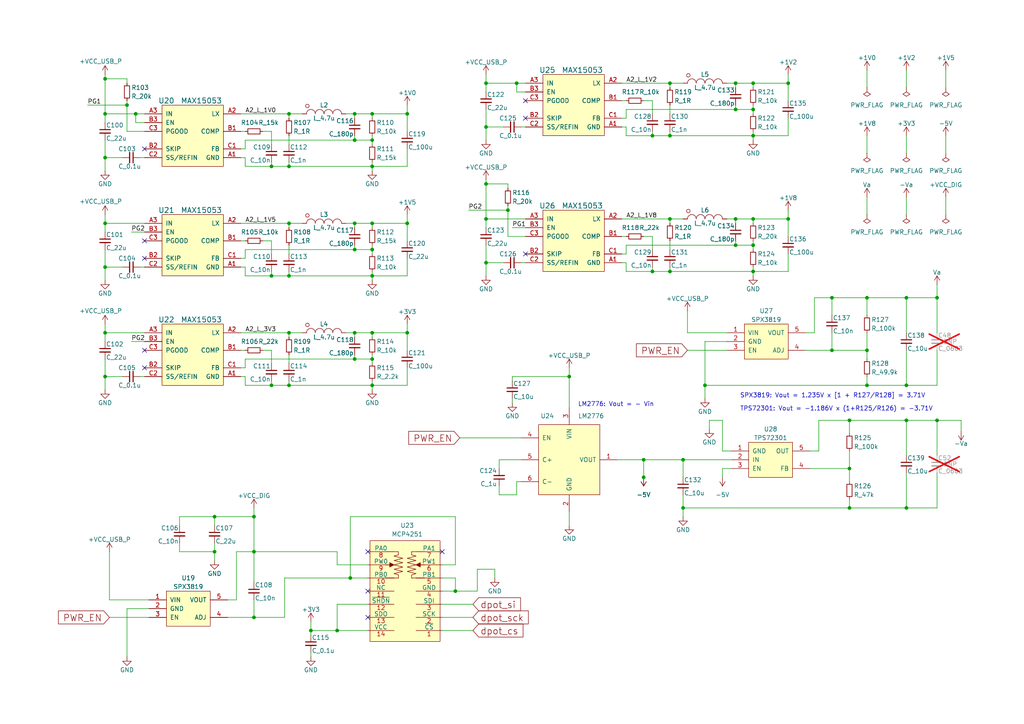
<source format=kicad_sch>
(kicad_sch (version 20231120) (generator "eeschema") (generator_version "8.0")
  (paper "A4")
  (title_block (title "Scopefun Oscilloscope") (rev "v2") (comment 1 "Copyright Dejan Priversek 2017") (comment 2 "Licensed under CERN OHL v.1.2"))
  (junction (at 149.86 24.13))
  (junction (at 218.44 63.5))
  (junction (at 30.48 22.86))
  (junction (at 218.44 78.74))
  (junction (at 194.31 24.13))
  (junction (at 251.46 111.76))
  (junction (at 107.95 96.52))
  (junction (at 83.82 64.77))
  (junction (at 194.31 63.5))
  (junction (at 97.79 182.88))
  (junction (at 218.44 24.13))
  (junction (at 189.23 78.74))
  (junction (at 78.74 48.26))
  (junction (at 107.95 72.39))
  (junction (at 132.08 171.45))
  (junction (at 102.87 33.02))
  (junction (at 198.12 147.32))
  (junction (at 140.97 24.13))
  (junction (at 246.38 135.89))
  (junction (at 213.36 63.5))
  (junction (at 30.48 109.22))
  (junction (at 165.1 109.22))
  (junction (at 118.11 64.77))
  (junction (at 213.36 31.75))
  (junction (at 228.6 63.5))
  (junction (at 271.78 86.36))
  (junction (at 204.47 111.76))
  (junction (at 218.44 71.12))
  (junction (at 107.95 64.77))
  (junction (at 262.89 147.32))
  (junction (at 30.48 96.52))
  (junction (at 102.87 64.77))
  (junction (at 83.82 80.01))
  (junction (at 241.3 101.6))
  (junction (at 213.36 24.13))
  (junction (at 147.32 60.96))
  (junction (at 83.82 33.02))
  (junction (at 102.87 96.52))
  (junction (at 194.31 39.37))
  (junction (at 83.82 96.52))
  (junction (at 262.89 86.36))
  (junction (at 30.48 45.72))
  (junction (at 62.23 160.02))
  (junction (at 186.69 133.35))
  (junction (at 140.97 36.83))
  (junction (at 30.48 77.47))
  (junction (at 218.44 31.75))
  (junction (at 107.95 48.26))
  (junction (at 198.12 133.35))
  (junction (at 90.17 182.88))
  (junction (at 73.66 179.07))
  (junction (at 186.69 138.43))
  (junction (at 246.38 147.32))
  (junction (at 78.74 111.76))
  (junction (at 39.37 33.02))
  (junction (at 194.31 78.74))
  (junction (at 102.87 40.64))
  (junction (at 262.89 121.92))
  (junction (at 213.36 71.12))
  (junction (at 62.23 149.86))
  (junction (at 118.11 33.02))
  (junction (at 118.11 96.52))
  (junction (at 107.95 40.64))
  (junction (at 262.89 111.76))
  (junction (at 241.3 86.36))
  (junction (at 83.82 111.76))
  (junction (at 107.95 104.14))
  (junction (at 36.83 30.48))
  (junction (at 140.97 63.5))
  (junction (at 30.48 64.77))
  (junction (at 251.46 86.36))
  (junction (at 251.46 101.6))
  (junction (at 140.97 76.2))
  (junction (at 107.95 111.76))
  (junction (at 78.74 80.01))
  (junction (at 102.87 104.14))
  (junction (at 218.44 39.37))
  (junction (at 107.95 80.01))
  (junction (at 30.48 33.02))
  (junction (at 228.6 24.13))
  (junction (at 102.87 72.39))
  (junction (at 271.78 121.92))
  (junction (at 83.82 48.26))
  (junction (at 101.6 167.64))
  (junction (at 246.38 121.92))
  (junction (at 189.23 39.37))
  (junction (at 107.95 33.02))
  (junction (at 73.66 160.02))
  (junction (at 140.97 53.34))
  (junction (at 73.66 149.86))
  (no_connect (at 106.68 171.45))
  (no_connect (at 152.4 73.66))
  (no_connect (at 41.91 69.85))
  (no_connect (at 106.68 179.07))
  (no_connect (at 41.91 43.18))
  (no_connect (at 128.27 160.02))
  (no_connect (at 41.91 74.93))
  (no_connect (at 152.4 34.29))
  (no_connect (at 41.91 106.68))
  (no_connect (at 41.91 101.6))
  (no_connect (at 152.4 29.21))
  (no_connect (at 106.68 160.02))
  (wire (pts (xy 198.12 147.32) (xy 246.38 147.32)))
  (wire (pts (xy 69.85 38.1) (xy 71.12 38.1)))
  (wire (pts (xy 38.1 99.06) (xy 41.91 99.06)))
  (wire (pts (xy 30.48 93.98) (xy 30.48 96.52)))
  (wire (pts (xy 262.89 121.92) (xy 271.78 121.92)))
  (wire (pts (xy 78.74 69.85) (xy 76.2 69.85)))
  (wire (pts (xy 180.34 24.13) (xy 194.31 24.13)))
  (wire (pts (xy 194.31 33.02) (xy 194.31 30.48)))
  (wire (pts (xy 218.44 77.47) (xy 218.44 78.74)))
  (wire (pts (xy 41.91 64.77) (xy 30.48 64.77)))
  (wire (pts (xy 36.83 24.13) (xy 36.83 22.86)))
  (wire (pts (xy 102.87 33.02) (xy 107.95 33.02)))
  (wire (pts (xy 246.38 135.89) (xy 246.38 139.7)))
  (wire (pts (xy 107.95 48.26) (xy 107.95 49.53)))
  (wire (pts (xy 31.75 173.99) (xy 43.18 173.99)))
  (wire (pts (xy 102.87 96.52) (xy 107.95 96.52)))
  (wire (pts (xy 102.87 96.52) (xy 102.87 97.79)))
  (wire (pts (xy 71.12 106.68) (xy 69.85 106.68)))
  (wire (pts (xy 128.27 171.45) (xy 132.08 171.45)))
  (wire (pts (xy 209.55 121.92) (xy 205.74 121.92)))
  (wire (pts (xy 165.1 109.22) (xy 165.1 118.11)))
  (wire (pts (xy 97.79 182.88) (xy 106.68 182.88)))
  (wire (pts (xy 212.09 130.81) (xy 209.55 130.81)))
  (wire (pts (xy 68.58 160.02) (xy 68.58 173.99)))
  (wire (pts (xy 213.36 31.75) (xy 218.44 31.75)))
  (wire (pts (xy 71.12 109.22) (xy 71.12 111.76)))
  (wire (pts (xy 71.12 40.64) (xy 102.87 40.64)))
  (wire (pts (xy 262.89 121.92) (xy 262.89 132.08)))
  (wire (pts (xy 262.89 86.36) (xy 271.78 86.36)))
  (wire (pts (xy 186.69 133.35) (xy 186.69 138.43)))
  (wire (pts (xy 71.12 72.39) (xy 71.12 74.93)))
  (wire (pts (xy 262.89 111.76) (xy 262.89 101.6)))
  (wire (pts (xy 210.82 24.13) (xy 213.36 24.13)))
  (wire (pts (xy 118.11 33.02) (xy 118.11 38.1)))
  (wire (pts (xy 83.82 41.91) (xy 83.82 39.37)))
  (wire (pts (xy 102.87 34.29) (xy 102.87 33.02)))
  (wire (pts (xy 218.44 69.85) (xy 218.44 71.12)))
  (wire (pts (xy 181.61 31.75) (xy 181.61 34.29)))
  (wire (pts (xy 241.3 91.44) (xy 241.3 86.36)))
  (wire (pts (xy 149.86 24.13) (xy 152.4 24.13)))
  (wire (pts (xy 271.78 121.92) (xy 271.78 132.08)))
  (wire (pts (xy 118.11 93.98) (xy 118.11 96.52)))
  (wire (pts (xy 204.47 99.06) (xy 204.47 111.76)))
  (wire (pts (xy 143.51 165.1) (xy 143.51 167.64)))
  (wire (pts (xy 62.23 152.4) (xy 62.23 149.86)))
  (wire (pts (xy 128.27 167.64) (xy 132.08 167.64)))
  (wire (pts (xy 107.95 64.77) (xy 118.11 64.77)))
  (wire (pts (xy 140.97 31.75) (xy 140.97 36.83)))
  (wire (pts (xy 30.48 33.02) (xy 30.48 35.56)))
  (wire (pts (xy 274.32 39.37) (xy 274.32 44.45)))
  (wire (pts (xy 271.78 86.36) (xy 271.78 96.52)))
  (wire (pts (xy 102.87 102.87) (xy 102.87 104.14)))
  (wire (pts (xy 138.43 165.1) (xy 143.51 165.1)))
  (wire (pts (xy 165.1 148.59) (xy 165.1 152.4)))
  (wire (pts (xy 147.32 54.61) (xy 147.32 53.34)))
  (wire (pts (xy 181.61 39.37) (xy 189.23 39.37)))
  (wire (pts (xy 30.48 104.14) (xy 30.48 109.22)))
  (wire (pts (xy 39.37 33.02) (xy 41.91 33.02)))
  (wire (pts (xy 41.91 96.52) (xy 30.48 96.52)))
  (wire (pts (xy 78.74 38.1) (xy 78.74 41.91)))
  (wire (pts (xy 241.3 86.36) (xy 251.46 86.36)))
  (wire (pts (xy 62.23 149.86) (xy 73.66 149.86)))
  (wire (pts (xy 107.95 80.01) (xy 118.11 80.01)))
  (wire (pts (xy 30.48 96.52) (xy 30.48 99.06)))
  (wire (pts (xy 241.3 101.6) (xy 241.3 96.52)))
  (wire (pts (xy 83.82 105.41) (xy 83.82 102.87)))
  (wire (pts (xy 128.27 175.26) (xy 137.16 175.26)))
  (wire (pts (xy 198.12 143.51) (xy 198.12 147.32)))
  (wire (pts (xy 78.74 46.99) (xy 78.74 48.26)))
  (wire (pts (xy 30.48 62.23) (xy 30.48 64.77)))
  (wire (pts (xy 147.32 60.96) (xy 135.89 60.96)))
  (wire (pts (xy 30.48 40.64) (xy 30.48 45.72)))
  (wire (pts (xy 218.44 78.74) (xy 218.44 80.01)))
  (wire (pts (xy 132.08 149.86) (xy 132.08 163.83)))
  (wire (pts (xy 102.87 64.77) (xy 107.95 64.77)))
  (wire (pts (xy 73.66 179.07) (xy 82.55 179.07)))
  (wire (pts (xy 78.74 78.74) (xy 78.74 80.01)))
  (wire (pts (xy 73.66 147.32) (xy 73.66 149.86)))
  (wire (pts (xy 106.68 175.26) (xy 97.79 175.26)))
  (wire (pts (xy 36.83 30.48) (xy 36.83 38.1)))
  (wire (pts (xy 107.95 96.52) (xy 107.95 97.79)))
  (wire (pts (xy 30.48 22.86) (xy 30.48 33.02)))
  (wire (pts (xy 31.75 160.02) (xy 31.75 173.99)))
  (wire (pts (xy 30.48 33.02) (xy 39.37 33.02)))
  (wire (pts (xy 246.38 121.92) (xy 246.38 125.73)))
  (wire (pts (xy 107.95 111.76) (xy 118.11 111.76)))
  (wire (pts (xy 133.35 127) (xy 151.13 127)))
  (wire (pts (xy 213.36 30.48) (xy 213.36 31.75)))
  (wire (pts (xy 181.61 71.12) (xy 213.36 71.12)))
  (wire (pts (xy 52.07 149.86) (xy 52.07 152.4)))
  (wire (pts (xy 107.95 78.74) (xy 107.95 80.01)))
  (wire (pts (xy 262.89 57.15) (xy 262.89 62.23)))
  (wire (pts (xy 107.95 48.26) (xy 118.11 48.26)))
  (wire (pts (xy 118.11 80.01) (xy 118.11 74.93)))
  (wire (pts (xy 218.44 39.37) (xy 228.6 39.37)))
  (wire (pts (xy 228.6 78.74) (xy 228.6 73.66)))
  (wire (pts (xy 68.58 160.02) (xy 73.66 160.02)))
  (wire (pts (xy 234.95 130.81) (xy 237.49 130.81)))
  (wire (pts (xy 251.46 101.6) (xy 251.46 104.14)))
  (wire (pts (xy 234.95 135.89) (xy 246.38 135.89)))
  (wire (pts (xy 71.12 77.47) (xy 71.12 80.01)))
  (wire (pts (xy 107.95 104.14) (xy 107.95 105.41)))
  (wire (pts (xy 30.48 77.47) (xy 30.48 81.28)))
  (wire (pts (xy 180.34 63.5) (xy 194.31 63.5)))
  (wire (pts (xy 228.6 60.96) (xy 228.6 63.5)))
  (wire (pts (xy 218.44 63.5) (xy 218.44 64.77)))
  (wire (pts (xy 102.87 71.12) (xy 102.87 72.39)))
  (wire (pts (xy 118.11 48.26) (xy 118.11 43.18)))
  (wire (pts (xy 140.97 71.12) (xy 140.97 76.2)))
  (wire (pts (xy 218.44 38.1) (xy 218.44 39.37)))
  (wire (pts (xy 69.85 96.52) (xy 83.82 96.52)))
  (wire (pts (xy 144.78 143.51) (xy 149.86 143.51)))
  (wire (pts (xy 69.85 77.47) (xy 71.12 77.47)))
  (wire (pts (xy 69.85 33.02) (xy 83.82 33.02)))
  (wire (pts (xy 180.34 36.83) (xy 181.61 36.83)))
  (wire (pts (xy 140.97 76.2) (xy 140.97 80.01)))
  (wire (pts (xy 82.55 167.64) (xy 101.6 167.64)))
  (wire (pts (xy 71.12 48.26) (xy 78.74 48.26)))
  (wire (pts (xy 144.78 140.97) (xy 144.78 143.51)))
  (wire (pts (xy 118.11 30.48) (xy 118.11 33.02)))
  (wire (pts (xy 71.12 104.14) (xy 102.87 104.14)))
  (wire (pts (xy 213.36 69.85) (xy 213.36 71.12)))
  (wire (pts (xy 251.46 111.76) (xy 204.47 111.76)))
  (wire (pts (xy 71.12 80.01) (xy 78.74 80.01)))
  (wire (pts (xy 149.86 139.7) (xy 151.13 139.7)))
  (wire (pts (xy 194.31 72.39) (xy 194.31 69.85)))
  (wire (pts (xy 97.79 175.26) (xy 97.79 182.88)))
  (wire (pts (xy 83.82 66.04) (xy 83.82 64.77)))
  (wire (pts (xy 128.27 182.88) (xy 137.16 182.88)))
  (wire (pts (xy 213.36 25.4) (xy 213.36 24.13)))
  (wire (pts (xy 251.46 86.36) (xy 251.46 91.44)))
  (wire (pts (xy 180.34 68.58) (xy 181.61 68.58)))
  (wire (pts (xy 90.17 190.5) (xy 90.17 189.23)))
  (wire (pts (xy 107.95 64.77) (xy 107.95 66.04)))
  (wire (pts (xy 149.86 26.67) (xy 149.86 24.13)))
  (wire (pts (xy 251.46 57.15) (xy 251.46 62.23)))
  (wire (pts (xy 83.82 111.76) (xy 83.82 110.49)))
  (wire (pts (xy 118.11 62.23) (xy 118.11 64.77)))
  (wire (pts (xy 78.74 80.01) (xy 83.82 80.01)))
  (wire (pts (xy 83.82 80.01) (xy 83.82 78.74)))
  (wire (pts (xy 262.89 147.32) (xy 271.78 147.32)))
  (wire (pts (xy 144.78 135.89) (xy 144.78 133.35)))
  (wire (pts (xy 35.56 77.47) (xy 30.48 77.47)))
  (wire (pts (xy 194.31 39.37) (xy 218.44 39.37)))
  (wire (pts (xy 180.34 29.21) (xy 181.61 29.21)))
  (wire (pts (xy 40.64 45.72) (xy 41.91 45.72)))
  (wire (pts (xy 218.44 31.75) (xy 218.44 33.02)))
  (wire (pts (xy 148.59 110.49) (xy 148.59 109.22)))
  (wire (pts (xy 39.37 35.56) (xy 39.37 33.02)))
  (wire (pts (xy 210.82 99.06) (xy 204.47 99.06)))
  (wire (pts (xy 194.31 64.77) (xy 194.31 63.5)))
  (wire (pts (xy 40.64 77.47) (xy 41.91 77.47)))
  (wire (pts (xy 147.32 59.69) (xy 147.32 60.96)))
  (wire (pts (xy 83.82 64.77) (xy 87.63 64.77)))
  (wire (pts (xy 194.31 24.13) (xy 198.12 24.13)))
  (wire (pts (xy 228.6 63.5) (xy 228.6 68.58)))
  (wire (pts (xy 100.33 33.02) (xy 102.87 33.02)))
  (wire (pts (xy 62.23 160.02) (xy 62.23 162.56)))
  (wire (pts (xy 69.85 101.6) (xy 71.12 101.6)))
  (wire (pts (xy 52.07 157.48) (xy 52.07 160.02)))
  (wire (pts (xy 189.23 38.1) (xy 189.23 39.37)))
  (wire (pts (xy 189.23 68.58) (xy 186.69 68.58)))
  (wire (pts (xy 251.46 109.22) (xy 251.46 111.76)))
  (wire (pts (xy 189.23 29.21) (xy 189.23 33.02)))
  (wire (pts (xy 52.07 160.02) (xy 62.23 160.02)))
  (wire (pts (xy 69.85 109.22) (xy 71.12 109.22)))
  (wire (pts (xy 218.44 30.48) (xy 218.44 31.75)))
  (wire (pts (xy 100.33 96.52) (xy 102.87 96.52)))
  (wire (pts (xy 271.78 121.92) (xy 278.765 121.92)))
  (wire (pts (xy 181.61 73.66) (xy 180.34 73.66)))
  (wire (pts (xy 181.61 31.75) (xy 213.36 31.75)))
  (wire (pts (xy 233.68 101.6) (xy 241.3 101.6)))
  (wire (pts (xy 198.12 133.35) (xy 212.09 133.35)))
  (wire (pts (xy 43.18 179.07) (xy 31.75 179.07)))
  (wire (pts (xy 209.55 135.89) (xy 209.55 138.43)))
  (wire (pts (xy 181.61 78.74) (xy 189.23 78.74)))
  (wire (pts (xy 107.95 110.49) (xy 107.95 111.76)))
  (wire (pts (xy 69.85 69.85) (xy 71.12 69.85)))
  (wire (pts (xy 102.87 104.14) (xy 107.95 104.14)))
  (wire (pts (xy 186.69 133.35) (xy 198.12 133.35)))
  (wire (pts (xy 236.22 96.52) (xy 236.22 86.36)))
  (wire (pts (xy 101.6 149.86) (xy 132.08 149.86)))
  (wire (pts (xy 205.74 121.92) (xy 205.74 124.46)))
  (wire (pts (xy 118.11 64.77) (xy 118.11 69.85)))
  (wire (pts (xy 271.78 82.55) (xy 271.78 86.36)))
  (wire (pts (xy 181.61 71.12) (xy 181.61 73.66)))
  (wire (pts (xy 83.82 97.79) (xy 83.82 96.52)))
  (wire (pts (xy 144.78 133.35) (xy 151.13 133.35)))
  (wire (pts (xy 199.39 96.52) (xy 210.82 96.52)))
  (wire (pts (xy 149.86 143.51) (xy 149.86 139.7)))
  (wire (pts (xy 38.1 67.31) (xy 41.91 67.31)))
  (wire (pts (xy 68.58 173.99) (xy 66.04 173.99)))
  (wire (pts (xy 35.56 109.22) (xy 30.48 109.22)))
  (wire (pts (xy 107.95 72.39) (xy 107.95 73.66)))
  (wire (pts (xy 90.17 180.34) (xy 90.17 182.88)))
  (wire (pts (xy 140.97 24.13) (xy 149.86 24.13)))
  (wire (pts (xy 73.66 160.02) (xy 73.66 168.91)))
  (wire (pts (xy 107.95 39.37) (xy 107.95 40.64)))
  (wire (pts (xy 30.48 109.22) (xy 30.48 113.03)))
  (wire (pts (xy 194.31 38.1) (xy 194.31 39.37)))
  (wire (pts (xy 218.44 78.74) (xy 228.6 78.74)))
  (wire (pts (xy 213.36 24.13) (xy 218.44 24.13)))
  (wire (pts (xy 107.95 33.02) (xy 107.95 34.29)))
  (wire (pts (xy 189.23 68.58) (xy 189.23 72.39)))
  (wire (pts (xy 262.89 111.76) (xy 251.46 111.76)))
  (wire (pts (xy 62.23 157.48) (xy 62.23 160.02)))
  (wire (pts (xy 40.64 109.22) (xy 41.91 109.22)))
  (wire (pts (xy 274.32 20.32) (xy 274.32 25.4)))
  (wire (pts (xy 194.31 25.4) (xy 194.31 24.13)))
  (wire (pts (xy 30.48 72.39) (xy 30.48 77.47)))
  (wire (pts (xy 251.46 96.52) (xy 251.46 101.6)))
  (wire (pts (xy 73.66 160.02) (xy 97.79 160.02)))
  (wire (pts (xy 237.49 121.92) (xy 246.38 121.92)))
  (wire (pts (xy 151.13 76.2) (xy 152.4 76.2)))
  (wire (pts (xy 102.87 64.77) (xy 102.87 66.04)))
  (wire (pts (xy 148.59 115.57) (xy 148.59 116.84)))
  (wire (pts (xy 262.89 39.37) (xy 262.89 44.45)))
  (wire (pts (xy 237.49 130.81) (xy 237.49 121.92)))
  (wire (pts (xy 36.83 29.21) (xy 36.83 30.48)))
  (wire (pts (xy 69.85 45.72) (xy 71.12 45.72)))
  (wire (pts (xy 278.765 121.92) (xy 278.765 125.095)))
  (wire (pts (xy 204.47 111.76) (xy 204.47 115.57)))
  (wire (pts (xy 71.12 43.18) (xy 69.85 43.18)))
  (wire (pts (xy 236.22 86.36) (xy 241.3 86.36)))
  (wire (pts (xy 30.48 45.72) (xy 30.48 49.53)))
  (wire (pts (xy 218.44 63.5) (xy 228.6 63.5)))
  (wire (pts (xy 83.82 46.99) (xy 83.82 48.26)))
  (wire (pts (xy 218.44 71.12) (xy 218.44 72.39)))
  (wire (pts (xy 147.32 53.34) (xy 140.97 53.34)))
  (wire (pts (xy 102.87 39.37) (xy 102.87 40.64)))
  (wire (pts (xy 83.82 34.29) (xy 83.82 33.02)))
  (wire (pts (xy 262.89 147.32) (xy 262.89 137.16)))
  (wire (pts (xy 271.78 101.6) (xy 271.78 111.76)))
  (wire (pts (xy 233.68 96.52) (xy 236.22 96.52)))
  (wire (pts (xy 147.32 68.58) (xy 152.4 68.58)))
  (wire (pts (xy 107.95 80.01) (xy 107.95 81.28)))
  (wire (pts (xy 228.6 21.59) (xy 228.6 24.13)))
  (wire (pts (xy 107.95 96.52) (xy 118.11 96.52)))
  (wire (pts (xy 83.82 80.01) (xy 107.95 80.01)))
  (wire (pts (xy 199.39 90.17) (xy 199.39 96.52)))
  (wire (pts (xy 140.97 53.34) (xy 140.97 63.5)))
  (wire (pts (xy 83.82 48.26) (xy 107.95 48.26)))
  (wire (pts (xy 246.38 147.32) (xy 246.38 144.78)))
  (wire (pts (xy 194.31 63.5) (xy 198.12 63.5)))
  (wire (pts (xy 69.85 64.77) (xy 83.82 64.77)))
  (wire (pts (xy 210.82 63.5) (xy 213.36 63.5)))
  (wire (pts (xy 97.79 163.83) (xy 106.68 163.83)))
  (wire (pts (xy 78.74 101.6) (xy 76.2 101.6)))
  (wire (pts (xy 194.31 78.74) (xy 194.31 77.47)))
  (wire (pts (xy 101.6 167.64) (xy 106.68 167.64)))
  (wire (pts (xy 151.13 36.83) (xy 152.4 36.83)))
  (wire (pts (xy 189.23 77.47) (xy 189.23 78.74)))
  (wire (pts (xy 71.12 72.39) (xy 102.87 72.39)))
  (wire (pts (xy 246.38 147.32) (xy 262.89 147.32)))
  (wire (pts (xy 101.6 149.86) (xy 101.6 167.64)))
  (wire (pts (xy 209.55 130.81) (xy 209.55 121.92)))
  (wire (pts (xy 82.55 179.07) (xy 82.55 167.64)))
  (wire (pts (xy 107.95 71.12) (xy 107.95 72.39)))
  (wire (pts (xy 198.12 147.32) (xy 198.12 149.86)))
  (wire (pts (xy 274.32 57.15) (xy 274.32 62.23)))
  (wire (pts (xy 78.74 38.1) (xy 76.2 38.1)))
  (wire (pts (xy 100.33 64.77) (xy 102.87 64.77)))
  (wire (pts (xy 83.82 96.52) (xy 87.63 96.52)))
  (wire (pts (xy 218.44 24.13) (xy 218.44 25.4)))
  (wire (pts (xy 140.97 24.13) (xy 140.97 26.67)))
  (wire (pts (xy 213.36 71.12) (xy 218.44 71.12)))
  (wire (pts (xy 52.07 149.86) (xy 62.23 149.86)))
  (wire (pts (xy 71.12 40.64) (xy 71.12 43.18)))
  (wire (pts (xy 78.74 110.49) (xy 78.74 111.76)))
  (wire (pts (xy 90.17 182.88) (xy 90.17 184.15)))
  (wire (pts (xy 107.95 40.64) (xy 107.95 41.91)))
  (wire (pts (xy 132.08 171.45) (xy 138.43 171.45)))
  (wire (pts (xy 140.97 21.59) (xy 140.97 24.13)))
  (wire (pts (xy 241.3 101.6) (xy 251.46 101.6)))
  (wire (pts (xy 194.31 78.74) (xy 218.44 78.74)))
  (wire (pts (xy 35.56 45.72) (xy 30.48 45.72)))
  (wire (pts (xy 107.95 102.87) (xy 107.95 104.14)))
  (wire (pts (xy 212.09 135.89) (xy 209.55 135.89)))
  (wire (pts (xy 218.44 24.13) (xy 228.6 24.13)))
  (wire (pts (xy 251.46 20.32) (xy 251.46 25.4)))
  (wire (pts (xy 146.05 76.2) (xy 140.97 76.2)))
  (wire (pts (xy 83.82 73.66) (xy 83.82 71.12)))
  (wire (pts (xy 147.32 60.96) (xy 147.32 68.58)))
  (wire (pts (xy 228.6 39.37) (xy 228.6 34.29)))
  (wire (pts (xy 97.79 160.02) (xy 97.79 163.83)))
  (wire (pts (xy 78.74 111.76) (xy 83.82 111.76)))
  (wire (pts (xy 181.61 34.29) (xy 180.34 34.29)))
  (wire (pts (xy 146.05 36.83) (xy 140.97 36.83)))
  (wire (pts (xy 271.78 147.32) (xy 271.78 137.16)))
  (wire (pts (xy 165.1 106.68) (xy 165.1 109.22)))
  (wire (pts (xy 218.44 39.37) (xy 218.44 40.64)))
  (wire (pts (xy 102.87 40.64) (xy 107.95 40.64)))
  (wire (pts (xy 213.36 63.5) (xy 218.44 63.5)))
  (wire (pts (xy 148.59 66.04) (xy 152.4 66.04)))
  (wire (pts (xy 251.46 86.36) (xy 262.89 86.36)))
  (wire (pts (xy 36.83 30.48) (xy 25.4 30.48)))
  (wire (pts (xy 90.17 182.88) (xy 97.79 182.88)))
  (wire (pts (xy 71.12 74.93) (xy 69.85 74.93)))
  (wire (pts (xy 36.83 176.53) (xy 36.83 190.5)))
  (wire (pts (xy 198.12 133.35) (xy 198.12 138.43)))
  (wire (pts (xy 102.87 72.39) (xy 107.95 72.39)))
  (wire (pts (xy 251.46 39.37) (xy 251.46 44.45)))
  (wire (pts (xy 71.12 45.72) (xy 71.12 48.26)))
  (wire (pts (xy 71.12 111.76) (xy 78.74 111.76)))
  (wire (pts (xy 148.59 109.22) (xy 165.1 109.22)))
  (wire (pts (xy 107.95 46.99) (xy 107.95 48.26)))
  (wire (pts (xy 36.83 38.1) (xy 41.91 38.1)))
  (wire (pts (xy 83.82 33.02) (xy 87.63 33.02)))
  (wire (pts (xy 78.74 48.26) (xy 83.82 48.26)))
  (wire (pts (xy 107.95 33.02) (xy 118.11 33.02)))
  (wire (pts (xy 78.74 101.6) (xy 78.74 105.41)))
  (wire (pts (xy 140.97 63.5) (xy 140.97 66.04)))
  (wire (pts (xy 78.74 69.85) (xy 78.74 73.66)))
  (wire (pts (xy 210.82 101.6) (xy 199.39 101.6)))
  (wire (pts (xy 71.12 104.14) (xy 71.12 106.68)))
  (wire (pts (xy 140.97 52.07) (xy 140.97 53.34)))
  (wire (pts (xy 30.48 64.77) (xy 30.48 67.31)))
  (wire (pts (xy 132.08 163.83) (xy 128.27 163.83)))
  (wire (pts (xy 179.07 133.35) (xy 186.69 133.35)))
  (wire (pts (xy 107.95 111.76) (xy 107.95 113.03)))
  (wire (pts (xy 43.18 176.53) (xy 36.83 176.53)))
  (wire (pts (xy 140.97 63.5) (xy 152.4 63.5)))
  (wire (pts (xy 30.48 21.59) (xy 30.48 22.86)))
  (wire (pts (xy 66.04 179.07) (xy 73.66 179.07)))
  (wire (pts (xy 36.83 22.86) (xy 30.48 22.86)))
  (wire (pts (xy 118.11 111.76) (xy 118.11 106.68)))
  (wire (pts (xy 262.89 86.36) (xy 262.89 96.52)))
  (wire (pts (xy 73.66 179.07) (xy 73.66 173.99)))
  (wire (pts (xy 228.6 24.13) (xy 228.6 29.21)))
  (wire (pts (xy 138.43 171.45) (xy 138.43 165.1)))
  (wire (pts (xy 140.97 36.83) (xy 140.97 40.64)))
  (wire (pts (xy 189.23 39.37) (xy 194.31 39.37)))
  (wire (pts (xy 181.61 76.2) (xy 181.61 78.74)))
  (wire (pts (xy 73.66 149.86) (xy 73.66 160.02)))
  (wire (pts (xy 152.4 26.67) (xy 149.86 26.67)))
  (wire (pts (xy 271.78 111.76) (xy 262.89 111.76)))
  (wire (pts (xy 189.23 78.74) (xy 194.31 78.74)))
  (wire (pts (xy 262.89 20.32) (xy 262.89 25.4)))
  (wire (pts (xy 180.34 76.2) (xy 181.61 76.2)))
  (wire (pts (xy 181.61 36.83) (xy 181.61 39.37)))
  (wire (pts (xy 132.08 167.64) (xy 132.08 171.45)))
  (wire (pts (xy 213.36 63.5) (xy 213.36 64.77)))
  (wire (pts (xy 128.27 179.07) (xy 137.16 179.07)))
  (wire (pts (xy 246.38 130.81) (xy 246.38 135.89)))
  (wire (pts (xy 41.91 35.56) (xy 39.37 35.56)))
  (wire (pts (xy 83.82 111.76) (xy 107.95 111.76)))
  (wire (pts (xy 246.38 121.92) (xy 262.89 121.92)))
  (wire (pts (xy 189.23 29.21) (xy 186.69 29.21)))
  (wire (pts (xy 118.11 96.52) (xy 118.11 101.6)))
  (text "SPX3819: Vout = 1.235V x [1 + R127/R128] = 3.71V" (at 214.63 115.57 0) (effects (font (size 1.27 1.27)) (justify left bottom)))
  (text "LM2776: Vout = - Vin" (at 167.64 118.11 0) (effects (font (size 1.27 1.27)) (justify left bottom)))
  (text "TPS72301: Vout = -1.186V x (1+R125/R126) = -3.71V" (at 214.63 119.38 0) (effects (font (size 1.27 1.27)) (justify left bottom)))
  (label "A2_L_3V3" (at 71.12 96.52 0))
  (label "PG1" (at 148.59 66.04 0))
  (label "A2_L_1V8" (at 181.61 63.5 0))
  (label "PG2" (at 38.1 67.31 0))
  (label "PG2" (at 38.1 99.06 0))
  (label "A2_L_1V2" (at 181.61 24.13 0))
  (label "A2_L_1V0" (at 71.12 33.02 0))
  (label "PG1" (at 25.4 30.48 0))
  (label "PG2" (at 135.89 60.96 0))
  (label "A2_L_1V5" (at 71.12 64.77 0))
  (global_label "dpot_cs" (shape input) (at 137.16 182.88 0) (effects (font (size 1.905 1.905))) (property "Intersheetrefs" "${INTERSHEET_REFS}" (effects (hide yes))))
  (global_label "dpot_si" (shape input) (at 137.16 175.26 0) (effects (font (size 1.905 1.905))) (property "Intersheetrefs" "${INTERSHEET_REFS}" (effects (hide yes))))
  (global_label "PWR_EN" (shape input) (at 31.75 179.07 180) (effects (font (size 1.905 1.905))) (property "Intersheetrefs" "${INTERSHEET_REFS}" (effects (hide yes))))
  (global_label "PWR_EN" (shape input) (at 199.39 101.6 180) (effects (font (size 1.905 1.905))) (property "Intersheetrefs" "${INTERSHEET_REFS}" (effects (hide yes))))
  (global_label "PWR_EN" (shape input) (at 133.35 127 180) (effects (font (size 1.905 1.905))) (property "Intersheetrefs" "${INTERSHEET_REFS}" (effects (hide yes))))
  (global_label "dpot_sck" (shape input) (at 137.16 179.07 0) (effects (font (size 1.905 1.905))) (property "Intersheetrefs" "${INTERSHEET_REFS}" (effects (hide yes))))
  (symbol (lib_id "Scopefun_v2-rescue:GND") (at 204.47 115.57 0) (unit 1)
    (property "Reference" "#PWR0216" (effects (hide yes)))
    (property "Value" "GND" (at 204.47 119.38 0))
  )
  (symbol (lib_id "ScopefunParts:+Va") (at 271.78 82.55 0) (unit 1)
    (property "Reference" "#PWR0217" (effects (hide yes)))
    (property "Value" "Va" (at 271.78 78.994 0))
  )
  (symbol (lib_id "ScopefunParts:C_10n") (at 241.3 93.98 0) (unit 1)
    (property "Reference" "C137" (at 241.554 92.202 0) (effects (justify left)))
    (property "Value" "C_10n" (at 241.554 96.012 0) (effects (justify left)))
    (property "Footprint" "ScopefunPackagesLibrary:C_0603" (effects (hide yes)))
    (property "Description" "MLCC - SMD/SMT 0603 50V C0G 5%" (effects (hide yes)))
    (property "Manufacturer Part Number" "GRM1885C1H103JA01D" (effects (hide yes)))
  )
  (symbol (lib_id "ScopefunParts:+VCC_USB_P") (at 31.75 160.02 0) (unit 1)
    (property "Reference" "#PWR0218" (effects (hide yes)))
    (property "Value" "+VCC_USB_P" (at 31.75 156.464 0))
  )
  (symbol (lib_id "Scopefun_v2-rescue:GND") (at 36.83 190.5 0) (unit 1)
    (property "Reference" "#PWR0219" (effects (hide yes)))
    (property "Value" "GND" (at 36.83 194.31 0))
  )
  (symbol (lib_id "ScopefunParts:C_10n") (at 73.66 171.45 0) (unit 1)
    (property "Reference" "C108" (at 73.914 169.672 0) (effects (justify left)))
    (property "Value" "C_10n" (at 73.914 173.482 0) (effects (justify left)))
    (property "Footprint" "ScopefunPackagesLibrary:C_0603" (effects (hide yes)))
    (property "Description" "MLCC - SMD/SMT 0603 50V C0G 5%" (effects (hide yes)))
    (property "Manufacturer Part Number" "GRM1885C1H103JA01D" (effects (hide yes)))
  )
  (symbol (lib_id "Scopefun_v2-rescue:GND") (at 143.51 167.64 0) (unit 1)
    (property "Reference" "#PWR0220" (effects (hide yes)))
    (property "Value" "GND" (at 143.51 171.45 0))
  )
  (symbol (lib_id "ScopefunParts:+3.3V") (at 90.17 180.34 0) (unit 1)
    (property "Reference" "#PWR0221" (effects (hide yes)))
    (property "Value" "+3V3" (at 90.17 176.784 0))
  )
  (symbol (lib_id "ScopefunParts:C_1u") (at 144.78 138.43 180) (unit 1)
    (property "Reference" "C124" (at 144.145 136.525 0) (effects (justify left)))
    (property "Value" "C_1u" (at 144.145 140.335 0) (effects (justify left)))
    (property "Footprint" "ScopefunPackagesLibrary:C_0603" (effects (hide yes)))
    (property "Description" "MLCC - SMD/SMT 0603 6.3V X5R 10%" (effects (hide yes)))
    (property "Manufacturer Part Number" "C0603C105K9PACTU" (effects (hide yes)))
  )
  (symbol (lib_id "Scopefun_v2-rescue:GND") (at 62.23 162.56 0) (unit 1)
    (property "Reference" "#PWR0222" (effects (hide yes)))
    (property "Value" "GND" (at 62.23 166.37 0))
  )
  (symbol (lib_id "Scopefun_v2-rescue:GND") (at 165.1 152.4 0) (unit 1)
    (property "Reference" "#PWR0224" (effects (hide yes)))
    (property "Value" "GND" (at 165.1 156.21 0))
  )
  (symbol (lib_id "ScopefunParts:C_0.1u") (at 90.17 186.69 0) (unit 1)
    (property "Reference" "C115" (at 90.424 184.912 0) (effects (justify left)))
    (property "Value" "C_0.1u" (at 90.424 188.722 0) (effects (justify left)))
    (property "Footprint" "ScopefunPackagesLibrary:C_0603" (effects (hide yes)))
    (property "Description" "MLCC - SMD/SMT 0603 16V X7R 10%" (effects (hide yes)))
    (property "Manufacturer Part Number" "C0603C104K4RACTU" (effects (hide yes)))
  )
  (symbol (lib_id "Scopefun_v2-rescue:GND") (at 90.17 190.5 0) (unit 1)
    (property "Reference" "#PWR0223" (effects (hide yes)))
    (property "Value" "GND" (at 90.17 194.31 0))
  )
  (symbol (lib_id "ScopefunParts:+VCC_USB_P") (at 165.1 106.68 0) (unit 1)
    (property "Reference" "#PWR0225" (effects (hide yes)))
    (property "Value" "+VCC_USB_P" (at 165.1 103.124 0))
  )
  (symbol (lib_id "Scopefun_v2-rescue:GND") (at 148.59 116.84 0) (unit 1)
    (property "Reference" "#PWR0226" (effects (hide yes)))
    (property "Value" "GND" (at 148.59 120.65 0))
  )
  (symbol (lib_id "ScopefunParts:C_10u") (at 198.12 140.97 0) (unit 1)
    (property "Reference" "C132" (at 198.374 139.192 0) (effects (justify left)))
    (property "Value" "C_10u" (at 198.374 143.002 0) (effects (justify left)))
    (property "Footprint" "ScopefunPackagesLibrary:C_0603" (effects (hide yes)))
    (property "Description" "MLCC - SMD/SMT 0603 6.3V X5R 10%" (effects (hide yes)))
    (property "Manufacturer Part Number" "GRM188R60J106KE47D" (effects (hide yes)))
  )
  (symbol (lib_id "Scopefun_v2-rescue:GND") (at 198.12 149.86 0) (unit 1)
    (property "Reference" "#PWR0227" (effects (hide yes)))
    (property "Value" "GND" (at 198.12 153.67 0))
  )
  (symbol (lib_id "Scopefun_v2-rescue:GND") (at 205.74 124.46 0) (unit 1)
    (property "Reference" "#PWR0228" (effects (hide yes)))
    (property "Value" "GND" (at 205.74 128.27 0))
  )
  (symbol (lib_id "ScopefunParts:-5V") (at 186.69 138.43 180) (unit 1)
    (property "Reference" "#PWR0229" (effects (hide yes)))
    (property "Value" "-5V" (at 186.69 143.51 0))
  )
  (symbol (lib_id "ScopefunParts:R_100k") (at 246.38 128.27 0) (unit 1)
    (property "Reference" "R125" (at 247.65 127 0) (effects (justify left)))
    (property "Value" "R_100k" (at 247.65 129.54 0) (effects (justify left)))
    (property "Footprint" "ScopefunPackagesLibrary:R_0603" (effects (hide yes)))
    (property "Datasheet" "http://industrial.panasonic.com/cdbs/www-data/pdf/AOA0000/AOA0000CE2.pdf" (effects (hide yes)))
    (property "Description" "RES SMD 1% 1/10W 0603" (effects (hide yes)))
    (property "Manufacturer Part Number" "ERJ-3EKF1003V" (effects (hide yes)))
  )
  (symbol (lib_id "ScopefunParts:-Va") (at 278.765 125.095 180) (unit 1)
    (property "Reference" "#PWR0230" (effects (hide yes)))
    (property "Value" "-Va" (at 278.765 128.651 0))
  )
  (symbol (lib_id "Scopefun_v2-rescue:PWR_FLAG") (at 262.89 44.45 180) (unit 1)
    (property "Reference" "#FLG0231" (effects (hide yes)))
    (property "Value" "PWR_FLAG" (at 262.89 49.53 0))
  )
  (symbol (lib_id "Scopefun_v2-rescue:PWR_FLAG") (at 262.89 25.4 180) (unit 1)
    (property "Reference" "#FLG0232" (effects (hide yes)))
    (property "Value" "PWR_FLAG" (at 262.89 30.48 0))
  )
  (symbol (lib_id "Scopefun_v2-rescue:PWR_FLAG") (at 262.89 62.23 180) (unit 1)
    (property "Reference" "#FLG0233" (effects (hide yes)))
    (property "Value" "PWR_FLAG" (at 262.89 67.31 0))
  )
  (symbol (lib_id "Scopefun_v2-rescue:PWR_FLAG") (at 251.46 62.23 180) (unit 1)
    (property "Reference" "#FLG0234" (effects (hide yes)))
    (property "Value" "PWR_FLAG" (at 251.46 67.31 0))
  )
  (symbol (lib_id "ScopefunParts:+1.2V") (at 262.89 20.32 0) (unit 1)
    (property "Reference" "#PWR0235" (effects (hide yes)))
    (property "Value" "+1V2" (at 262.89 16.764 0))
  )
  (symbol (lib_id "ScopefunParts:+3.3V") (at 262.89 39.37 0) (unit 1)
    (property "Reference" "#PWR0236" (effects (hide yes)))
    (property "Value" "+3V3" (at 262.89 35.814 0))
  )
  (symbol (lib_id "ScopefunParts:+Va") (at 251.46 57.15 0) (unit 1)
    (property "Reference" "#PWR0237" (effects (hide yes)))
    (property "Value" "Va" (at 251.46 53.594 0))
  )
  (symbol (lib_id "ScopefunParts:-Va") (at 262.89 57.15 0) (unit 1)
    (property "Reference" "#PWR0238" (effects (hide yes)))
    (property "Value" "-Va" (at 262.89 53.594 0))
  )
  (symbol (lib_id "Scopefun_v2-rescue:PWR_FLAG") (at 274.32 44.45 180) (unit 1)
    (property "Reference" "#FLG0239" (effects (hide yes)))
    (property "Value" "PWR_FLAG" (at 274.32 49.53 0))
  )
  (symbol (lib_id "Scopefun_v2-rescue:PWR_FLAG") (at 274.32 62.23 180) (unit 1)
    (property "Reference" "#FLG0240" (effects (hide yes)))
    (property "Value" "PWR_FLAG" (at 274.32 67.31 0))
  )
  (symbol (lib_id "ScopefunParts:+VCC_DIG") (at 274.32 57.15 0) (unit 1)
    (property "Reference" "#PWR0241" (effects (hide yes)))
    (property "Value" "+VCC_DIG" (at 274.32 53.594 0))
  )
  (symbol (lib_id "ScopefunParts:-5V") (at 274.32 39.37 0) (unit 1)
    (property "Reference" "#PWR0242" (effects (hide yes)))
    (property "Value" "-5V" (at 274.32 35.814 0))
  )
  (symbol (lib_id "ScopefunParts:+3.3V") (at 118.11 93.98 0) (unit 1)
    (property "Reference" "#PWR0243" (effects (hide yes)))
    (property "Value" "+3V3" (at 118.11 90.424 0))
  )
  (symbol (lib_id "ScopefunParts:+VCC_USB_P") (at 30.48 21.59 0) (unit 1)
    (property "Reference" "#PWR0244" (effects (hide yes)))
    (property "Value" "+VCC_USB_P" (at 29.21 17.78 0))
  )
  (symbol (lib_id "Scopefun_v2-rescue:GND") (at 30.48 49.53 0) (unit 1)
    (property "Reference" "#PWR0245" (effects (hide yes)))
    (property "Value" "GND" (at 30.48 53.34 0))
  )
  (symbol (lib_id "ScopefunParts:+1.2V") (at 228.6 21.59 0) (unit 1)
    (property "Reference" "#PWR0246" (effects (hide yes)))
    (property "Value" "+1V2" (at 228.6 18.034 0))
  )
  (symbol (lib_id "ScopefunParts:+1.8V") (at 228.6 60.96 0) (unit 1)
    (property "Reference" "#PWR0247" (effects (hide yes)))
    (property "Value" "+1V8" (at 228.6 57.404 0))
  )
  (symbol (lib_id "ScopefunParts:+1.0V") (at 118.11 30.48 0) (unit 1)
    (property "Reference" "#PWR0248" (effects (hide yes)))
    (property "Value" "+1V0" (at 118.11 26.924 0))
  )
  (symbol (lib_id "Scopefun_v2-rescue:PWR_FLAG") (at 251.46 25.4 180) (unit 1)
    (property "Reference" "#FLG0249" (effects (hide yes)))
    (property "Value" "PWR_FLAG" (at 251.46 30.48 0))
  )
  (symbol (lib_id "Scopefun_v2-rescue:PWR_FLAG") (at 251.46 44.45 180) (unit 1)
    (property "Reference" "#FLG0250" (effects (hide yes)))
    (property "Value" "PWR_FLAG" (at 251.46 49.53 0))
  )
  (symbol (lib_id "ScopefunParts:+1.0V") (at 251.46 20.32 0) (unit 1)
    (property "Reference" "#PWR0251" (effects (hide yes)))
    (property "Value" "+1V0" (at 251.46 16.764 0))
  )
  (symbol (lib_id "ScopefunParts:+1.8V") (at 251.46 39.37 0) (unit 1)
    (property "Reference" "#PWR0252" (effects (hide yes)))
    (property "Value" "+1V8" (at 251.46 35.814 0))
  )
  (symbol (lib_id "Scopefun_v2-rescue:MAX15053-RESCUE-Scopefun_v155") (at 55.88 40.64 0) (unit 1)
    (property "Reference" "U20" (at 48.26 29.21 0) (effects (font (size 1.524 1.524))))
    (property "Value" "MAX15053" (at 58.42 29.21 0) (effects (font (size 1.524 1.524))))
    (property "Footprint" "ScopefunPackagesLibrary:WLP-9" (effects (hide yes)))
    (property "Datasheet" "https://datasheets.maximintegrated.com/en/ds/MAX15053.pdf" (effects (hide yes)))
    (property "Description" "High-Efficiency, 2A, Current-Mode Synchronous, Step-Down Switching Regulator" (effects (hide yes)))
    (property "Manufacturer Part Number" "MAX15053EWL+T" (effects (hide yes)))
  )
  (symbol (lib_id "ScopefunParts:R_10k") (at 107.95 36.83 0) (unit 1)
    (property "Reference" "R110" (at 109.22 35.56 0) (effects (justify left)))
    (property "Value" "R_10k" (at 109.22 38.1 0) (effects (justify left)))
    (property "Footprint" "ScopefunPackagesLibrary:R_0603" (effects (hide yes)))
    (property "Datasheet" "http://industrial.panasonic.com/cdbs/www-data/pdf/AOA0000/AOA0000CE2.pdf" (effects (hide yes)))
    (property "Description" "RES SMD 1% 1/10W 0603" (effects (hide yes)))
    (property "Manufacturer Part Number" "ERJ-3EKF1002V" (effects (hide yes)))
  )
  (symbol (lib_id "ScopefunParts:R_15k") (at 107.95 44.45 0) (unit 1)
    (property "Reference" "R111" (at 109.22 43.18 0) (effects (justify left)))
    (property "Value" "R_15k" (at 109.22 45.72 0) (effects (justify left)))
    (property "Footprint" "ScopefunPackagesLibrary:R_0603" (effects (hide yes)))
    (property "Datasheet" "http://industrial.panasonic.com/cdbs/www-data/pdf/AOA0000/AOA0000CE2.pdf" (effects (hide yes)))
    (property "Description" "RES SMD 1% 1/10W 0603" (effects (hide yes)))
    (property "Manufacturer Part Number" "ERJ-3EKF1502V" (effects (hide yes)))
  )
  (symbol (lib_id "Scopefun_v2-rescue:GND") (at 107.95 49.53 0) (unit 1)
    (property "Reference" "#PWR0253" (effects (hide yes)))
    (property "Value" "GND" (at 107.95 53.34 0))
  )
  (symbol (lib_id "Scopefun_v2-rescue:PWR_FLAG") (at 274.32 25.4 180) (unit 1)
    (property "Reference" "#FLG0254" (effects (hide yes)))
    (property "Value" "PWR_FLAG" (at 274.32 30.48 0))
  )
  (symbol (lib_id "ScopefunParts:R_1R") (at 83.82 36.83 0) (unit 1)
    (property "Reference" "R107" (at 85.09 35.56 0) (effects (justify left)))
    (property "Value" "R_1R" (at 85.09 38.1 0) (effects (justify left)))
    (property "Footprint" "ScopefunPackagesLibrary:R_0603" (effects (hide yes)))
    (property "Datasheet" "https://industrial.panasonic.com/ww/products/resistors/chip-resistors/chip-resistors/thick-film-chip-resistors/ERJ3GEYJ1R0V" (effects (hide yes)))
    (property "Description" "RES SMD 5% 1/10W 0603" (effects (hide yes)))
    (property "Manufacturer Part Number" "ERJ-3GEYJ1R0V" (effects (hide yes)))
  )
  (symbol (lib_id "ScopefunParts:C_1n") (at 83.82 44.45 0) (unit 1)
    (property "Reference" "C112" (at 84.074 42.672 0) (effects (justify left)))
    (property "Value" "C_1n" (at 84.074 46.482 0) (effects (justify left)))
    (property "Footprint" "ScopefunPackagesLibrary:C_0603" (effects (hide yes)))
    (property "Description" "MLCC - SMD/SMT 0603 50V X7R 10%" (effects (hide yes)))
    (property "Manufacturer Part Number" "C1608X7R1H102K080AE" (effects (hide yes)))
  )
  (symbol (lib_id "ScopefunParts:C_10n") (at 78.74 44.45 0) (mirror y) (unit 1)
    (property "Reference" "C109" (at 78.486 42.672 0) (effects (justify left)))
    (property "Value" "C_10n" (at 78.486 46.482 0) (effects (justify left)))
    (property "Footprint" "ScopefunPackagesLibrary:C_0603" (effects (hide yes)))
    (property "Description" "MLCC - SMD/SMT 0603 50V C0G 5%" (effects (hide yes)))
    (property "Manufacturer Part Number" "GRM1885C1H103JA01D" (effects (hide yes)))
  )
  (symbol (lib_id "ScopefunParts:+1.5V") (at 274.32 20.32 0) (unit 1)
    (property "Reference" "#PWR0255" (effects (hide yes)))
    (property "Value" "+1V5" (at 274.32 16.764 0))
  )
  (symbol (lib_id "ScopefunParts:C_22u") (at 30.48 38.1 0) (unit 1)
    (property "Reference" "C100" (at 30.734 36.322 0) (effects (justify left)))
    (property "Value" "C_22u" (at 30.734 40.132 0) (effects (justify left)))
    (property "Footprint" "ScopefunPackagesLibrary:C_0805" (effects (hide yes)))
    (property "Description" "MLCC - SMD/SMT 0805 10V X5R 20%" (effects (hide yes)))
    (property "Manufacturer Part Number" "LMK212BBJ226MG-T" (effects (hide yes)))
  )
  (symbol (lib_id "ScopefunParts:+VCC_USB_P") (at 30.48 62.23 0) (unit 1)
    (property "Reference" "#PWR0256" (effects (hide yes)))
    (property "Value" "+VCC_USB_P" (at 29.21 58.42 0))
  )
  (symbol (lib_id "Scopefun_v2-rescue:GND") (at 30.48 81.28 0) (unit 1)
    (property "Reference" "#PWR0257" (effects (hide yes)))
    (property "Value" "GND" (at 30.48 85.09 0))
  )
  (symbol (lib_id "Scopefun_v2-rescue:MAX15053-RESCUE-Scopefun_v155") (at 55.88 72.39 0) (unit 1)
    (property "Reference" "U21" (at 48.26 60.96 0) (effects (font (size 1.524 1.524))))
    (property "Value" "MAX15053" (at 58.42 60.96 0) (effects (font (size 1.524 1.524))))
    (property "Footprint" "ScopefunPackagesLibrary:WLP-9" (effects (hide yes)))
    (property "Datasheet" "https://datasheets.maximintegrated.com/en/ds/MAX15053.pdf" (effects (hide yes)))
    (property "Description" "High-Efficiency, 2A, Current-Mode Synchronous, Step-Down Switching Regulator" (effects (hide yes)))
    (property "Manufacturer Part Number" "MAX15053EWL+T" (effects (hide yes)))
  )
  (symbol (lib_id "ScopefunParts:R_10k") (at 107.95 76.2 0) (unit 1)
    (property "Reference" "R113" (at 109.22 74.93 0) (effects (justify left)))
    (property "Value" "R_10k" (at 109.22 77.47 0) (effects (justify left)))
    (property "Footprint" "ScopefunPackagesLibrary:R_0603" (effects (hide yes)))
    (property "Datasheet" "http://industrial.panasonic.com/cdbs/www-data/pdf/AOA0000/AOA0000CE2.pdf" (effects (hide yes)))
    (property "Description" "RES SMD 1% 1/10W 0603" (effects (hide yes)))
    (property "Manufacturer Part Number" "ERJ-3EKF1002V" (effects (hide yes)))
  )
  (symbol (lib_id "ScopefunParts:R_15k") (at 107.95 68.58 0) (unit 1)
    (property "Reference" "R112" (at 109.22 67.31 0) (effects (justify left)))
    (property "Value" "R_15k" (at 109.22 69.85 0) (effects (justify left)))
    (property "Footprint" "ScopefunPackagesLibrary:R_0603" (effects (hide yes)))
    (property "Datasheet" "http://industrial.panasonic.com/cdbs/www-data/pdf/AOA0000/AOA0000CE2.pdf" (effects (hide yes)))
    (property "Description" "RES SMD 1% 1/10W 0603" (effects (hide yes)))
    (property "Manufacturer Part Number" "ERJ-3EKF1502V" (effects (hide yes)))
  )
  (symbol (lib_id "Scopefun_v2-rescue:GND") (at 107.95 81.28 0) (unit 1)
    (property "Reference" "#PWR0258" (effects (hide yes)))
    (property "Value" "GND" (at 107.95 85.09 0))
  )
  (symbol (lib_id "ScopefunParts:R_1R") (at 83.82 68.58 0) (unit 1)
    (property "Reference" "R108" (at 85.09 67.31 0) (effects (justify left)))
    (property "Value" "R_1R" (at 85.09 69.85 0) (effects (justify left)))
    (property "Footprint" "ScopefunPackagesLibrary:R_0603" (effects (hide yes)))
    (property "Datasheet" "https://industrial.panasonic.com/ww/products/resistors/chip-resistors/chip-resistors/thick-film-chip-resistors/ERJ3GEYJ1R0V" (effects (hide yes)))
    (property "Description" "RES SMD 5% 1/10W 0603" (effects (hide yes)))
    (property "Manufacturer Part Number" "ERJ-3GEYJ1R0V" (effects (hide yes)))
  )
  (symbol (lib_id "ScopefunParts:C_1n") (at 83.82 76.2 0) (unit 1)
    (property "Reference" "C113" (at 84.074 74.422 0) (effects (justify left)))
    (property "Value" "C_1n" (at 84.074 78.232 0) (effects (justify left)))
    (property "Footprint" "ScopefunPackagesLibrary:C_0603" (effects (hide yes)))
    (property "Description" "MLCC - SMD/SMT 0603 50V X7R 10%" (effects (hide yes)))
    (property "Manufacturer Part Number" "C1608X7R1H102K080AE" (effects (hide yes)))
  )
  (symbol (lib_id "ScopefunParts:C_10n") (at 78.74 76.2 0) (mirror y) (unit 1)
    (property "Reference" "C110" (at 78.486 74.422 0) (effects (justify left)))
    (property "Value" "C_10n" (at 78.486 78.232 0) (effects (justify left)))
    (property "Footprint" "ScopefunPackagesLibrary:C_0603" (effects (hide yes)))
    (property "Description" "MLCC - SMD/SMT 0603 50V C0G 5%" (effects (hide yes)))
    (property "Manufacturer Part Number" "GRM1885C1H103JA01D" (effects (hide yes)))
  )
  (symbol (lib_id "ScopefunParts:C_22u") (at 30.48 69.85 0) (unit 1)
    (property "Reference" "C101" (at 30.734 68.072 0) (effects (justify left)))
    (property "Value" "C_22u" (at 30.734 71.882 0) (effects (justify left)))
    (property "Footprint" "ScopefunPackagesLibrary:C_0805" (effects (hide yes)))
    (property "Description" "MLCC - SMD/SMT 0805 10V X5R 20%" (effects (hide yes)))
    (property "Manufacturer Part Number" "LMK212BBJ226MG-T" (effects (hide yes)))
  )
  (symbol (lib_id "ScopefunParts:C_22u") (at 118.11 72.39 0) (unit 1)
    (property "Reference" "C120" (at 118.364 70.612 0) (effects (justify left)))
    (property "Value" "C_22u" (at 118.364 74.422 0) (effects (justify left)))
    (property "Footprint" "ScopefunPackagesLibrary:C_0805" (effects (hide yes)))
    (property "Description" "MLCC - SMD/SMT 0805 10V X5R 20%" (effects (hide yes)))
    (property "Manufacturer Part Number" "LMK212BBJ226MG-T" (effects (hide yes)))
  )
  (symbol (lib_id "ScopefunParts:+1.5V") (at 118.11 62.23 0) (unit 1)
    (property "Reference" "#PWR0259" (effects (hide yes)))
    (property "Value" "+1V5" (at 118.11 58.674 0))
  )
  (symbol (lib_id "ScopefunParts:+VCC_DIG") (at 73.66 147.32 0) (unit 1)
    (property "Reference" "#PWR0260" (effects (hide yes)))
    (property "Value" "+VCC_DIG" (at 73.66 143.764 0))
  )
  (symbol (lib_id "ScopefunParts:C_180p") (at 102.87 36.83 0) (mirror y) (unit 1)
    (property "Reference" "C116" (at 102.616 35.052 0) (effects (justify left)))
    (property "Value" "C_180p" (at 102.616 38.862 0) (effects (justify left)))
    (property "Footprint" "ScopefunPackagesLibrary:C_0603" (effects (hide yes)))
    (property "Description" "MLCC - SMD/SMT 0603 50V C0G 5%" (effects (hide yes)))
    (property "Manufacturer Part Number" "C0603C181J5GACTU" (effects (hide yes)))
  )
  (symbol (lib_id "ScopefunParts:C_180p") (at 102.87 68.58 0) (mirror y) (unit 1)
    (property "Reference" "C117" (at 102.616 66.802 0) (effects (justify left)))
    (property "Value" "C_180p" (at 102.616 70.612 0) (effects (justify left)))
    (property "Footprint" "ScopefunPackagesLibrary:C_0603" (effects (hide yes)))
    (property "Description" "MLCC - SMD/SMT 0603 50V C0G 5%" (effects (hide yes)))
    (property "Manufacturer Part Number" "C0603C181J5GACTU" (effects (hide yes)))
  )
  (symbol (lib_id "ScopefunParts:+VCC_USB_P") (at 140.97 21.59 0) (unit 1)
    (property "Reference" "#PWR0261" (effects (hide yes)))
    (property "Value" "+VCC_USB_P" (at 140.97 18.034 0))
  )
  (symbol (lib_id "Scopefun_v2-rescue:GND") (at 140.97 40.64 0) (unit 1)
    (property "Reference" "#PWR0262" (effects (hide yes)))
    (property "Value" "GND" (at 140.97 44.45 0))
  )
  (symbol (lib_id "Scopefun_v2-rescue:MAX15053-RESCUE-Scopefun_v155") (at 166.37 31.75 0) (unit 1)
    (property "Reference" "U25" (at 158.75 20.32 0) (effects (font (size 1.524 1.524))))
    (property "Value" "MAX15053" (at 168.91 20.32 0) (effects (font (size 1.524 1.524))))
    (property "Footprint" "ScopefunPackagesLibrary:WLP-9" (effects (hide yes)))
    (property "Datasheet" "https://datasheets.maximintegrated.com/en/ds/MAX15053.pdf" (effects (hide yes)))
    (property "Description" "High-Efficiency, 2A, Current-Mode Synchronous, Step-Down Switching Regulator" (effects (hide yes)))
    (property "Manufacturer Part Number" "MAX15053EWL+T" (effects (hide yes)))
  )
  (symbol (lib_id "ScopefunParts:R_10k") (at 218.44 27.94 0) (unit 1)
    (property "Reference" "R121" (at 219.71 26.67 0) (effects (justify left)))
    (property "Value" "R_10k" (at 219.71 29.21 0) (effects (justify left)))
    (property "Footprint" "ScopefunPackagesLibrary:R_0603" (effects (hide yes)))
    (property "Datasheet" "http://industrial.panasonic.com/cdbs/www-data/pdf/AOA0000/AOA0000CE2.pdf" (effects (hide yes)))
    (property "Description" "RES SMD 1% 1/10W 0603" (effects (hide yes)))
    (property "Manufacturer Part Number" "ERJ-3EKF1002V" (effects (hide yes)))
  )
  (symbol (lib_id "Scopefun_v2-rescue:GND") (at 218.44 40.64 0) (unit 1)
    (property "Reference" "#PWR0263" (effects (hide yes)))
    (property "Value" "GND" (at 218.44 44.45 0))
  )
  (symbol (lib_id "ScopefunParts:R_1R") (at 194.31 27.94 0) (unit 1)
    (property "Reference" "R119" (at 195.58 26.67 0) (effects (justify left)))
    (property "Value" "R_1R" (at 195.58 29.21 0) (effects (justify left)))
    (property "Footprint" "ScopefunPackagesLibrary:R_0603" (effects (hide yes)))
    (property "Datasheet" "https://industrial.panasonic.com/ww/products/resistors/chip-resistors/chip-resistors/thick-film-chip-resistors/ERJ3GEYJ1R0V" (effects (hide yes)))
    (property "Description" "RES SMD 5% 1/10W 0603" (effects (hide yes)))
    (property "Manufacturer Part Number" "ERJ-3GEYJ1R0V" (effects (hide yes)))
  )
  (symbol (lib_id "ScopefunParts:C_1n") (at 194.31 35.56 0) (unit 1)
    (property "Reference" "C130" (at 194.564 33.782 0) (effects (justify left)))
    (property "Value" "C_1n" (at 194.564 37.592 0) (effects (justify left)))
    (property "Footprint" "ScopefunPackagesLibrary:C_0603" (effects (hide yes)))
    (property "Description" "MLCC - SMD/SMT 0603 50V X7R 10%" (effects (hide yes)))
    (property "Manufacturer Part Number" "C1608X7R1H102K080AE" (effects (hide yes)))
  )
  (symbol (lib_id "ScopefunParts:C_10n") (at 189.23 35.56 0) (mirror y) (unit 1)
    (property "Reference" "C128" (at 188.976 33.782 0) (effects (justify left)))
    (property "Value" "C_10n" (at 188.976 37.592 0) (effects (justify left)))
    (property "Footprint" "ScopefunPackagesLibrary:C_0603" (effects (hide yes)))
    (property "Description" "MLCC - SMD/SMT 0603 50V C0G 5%" (effects (hide yes)))
    (property "Manufacturer Part Number" "GRM1885C1H103JA01D" (effects (hide yes)))
  )
  (symbol (lib_id "ScopefunParts:C_22u") (at 140.97 29.21 0) (unit 1)
    (property "Reference" "C122" (at 141.224 27.432 0) (effects (justify left)))
    (property "Value" "C_22u" (at 141.224 31.242 0) (effects (justify left)))
    (property "Footprint" "ScopefunPackagesLibrary:C_0805" (effects (hide yes)))
    (property "Description" "MLCC - SMD/SMT 0805 10V X5R 20%" (effects (hide yes)))
    (property "Manufacturer Part Number" "LMK212BBJ226MG-T" (effects (hide yes)))
  )
  (symbol (lib_id "ScopefunParts:C_180p") (at 213.36 27.94 0) (mirror y) (unit 1)
    (property "Reference" "C133" (at 213.106 26.162 0) (effects (justify left)))
    (property "Value" "C_180p" (at 213.106 29.972 0) (effects (justify left)))
    (property "Footprint" "ScopefunPackagesLibrary:C_0603" (effects (hide yes)))
    (property "Description" "MLCC - SMD/SMT 0603 50V C0G 5%" (effects (hide yes)))
    (property "Manufacturer Part Number" "C0603C181J5GACTU" (effects (hide yes)))
  )
  (symbol (lib_id "ScopefunParts:+VCC_USB_P") (at 140.97 52.07 0) (unit 1)
    (property "Reference" "#PWR0264" (effects (hide yes)))
    (property "Value" "+VCC_USB_P" (at 140.97 48.514 0))
  )
  (symbol (lib_id "Scopefun_v2-rescue:GND") (at 140.97 80.01 0) (unit 1)
    (property "Reference" "#PWR0265" (effects (hide yes)))
    (property "Value" "GND" (at 140.97 83.82 0))
  )
  (symbol (lib_id "Scopefun_v2-rescue:MAX15053-RESCUE-Scopefun_v155") (at 166.37 71.12 0) (unit 1)
    (property "Reference" "U26" (at 158.75 59.69 0) (effects (font (size 1.524 1.524))))
    (property "Value" "MAX15053" (at 168.91 59.69 0) (effects (font (size 1.524 1.524))))
    (property "Footprint" "ScopefunPackagesLibrary:WLP-9" (effects (hide yes)))
    (property "Datasheet" "https://datasheets.maximintegrated.com/en/ds/MAX15053.pdf" (effects (hide yes)))
    (property "Description" "High-Efficiency, 2A, Current-Mode Synchronous, Step-Down Switching Regulator" (effects (hide yes)))
    (property "Manufacturer Part Number" "MAX15053EWL+T" (effects (hide yes)))
  )
  (symbol (lib_id "ScopefunParts:R_10k") (at 218.44 74.93 0) (unit 1)
    (property "Reference" "R124" (at 219.71 73.66 0) (effects (justify left)))
    (property "Value" "R_10k" (at 219.71 76.2 0) (effects (justify left)))
    (property "Footprint" "ScopefunPackagesLibrary:R_0603" (effects (hide yes)))
    (property "Datasheet" "http://industrial.panasonic.com/cdbs/www-data/pdf/AOA0000/AOA0000CE2.pdf" (effects (hide yes)))
    (property "Description" "RES SMD 1% 1/10W 0603" (effects (hide yes)))
    (property "Manufacturer Part Number" "ERJ-3EKF1002V" (effects (hide yes)))
  )
  (symbol (lib_id "Scopefun_v2-rescue:GND") (at 218.44 80.01 0) (unit 1)
    (property "Reference" "#PWR0266" (effects (hide yes)))
    (property "Value" "GND" (at 218.44 83.82 0))
  )
  (symbol (lib_id "ScopefunParts:R_1R") (at 194.31 67.31 0) (unit 1)
    (property "Reference" "R120" (at 195.58 66.04 0) (effects (justify left)))
    (property "Value" "R_1R" (at 195.58 68.58 0) (effects (justify left)))
    (property "Footprint" "ScopefunPackagesLibrary:R_0603" (effects (hide yes)))
    (property "Datasheet" "https://industrial.panasonic.com/ww/products/resistors/chip-resistors/chip-resistors/thick-film-chip-resistors/ERJ3GEYJ1R0V" (effects (hide yes)))
    (property "Description" "RES SMD 5% 1/10W 0603" (effects (hide yes)))
    (property "Manufacturer Part Number" "ERJ-3GEYJ1R0V" (effects (hide yes)))
  )
  (symbol (lib_id "ScopefunParts:C_1n") (at 194.31 74.93 0) (unit 1)
    (property "Reference" "C131" (at 194.564 73.152 0) (effects (justify left)))
    (property "Value" "C_1n" (at 194.564 76.962 0) (effects (justify left)))
    (property "Footprint" "ScopefunPackagesLibrary:C_0603" (effects (hide yes)))
    (property "Description" "MLCC - SMD/SMT 0603 50V X7R 10%" (effects (hide yes)))
    (property "Manufacturer Part Number" "C1608X7R1H102K080AE" (effects (hide yes)))
  )
  (symbol (lib_id "ScopefunParts:C_10n") (at 189.23 74.93 0) (mirror y) (unit 1)
    (property "Reference" "C129" (at 188.976 73.152 0) (effects (justify left)))
    (property "Value" "C_10n" (at 188.976 76.962 0) (effects (justify left)))
    (property "Footprint" "ScopefunPackagesLibrary:C_0603" (effects (hide yes)))
    (property "Description" "MLCC - SMD/SMT 0603 50V C0G 5%" (effects (hide yes)))
    (property "Manufacturer Part Number" "GRM1885C1H103JA01D" (effects (hide yes)))
  )
  (symbol (lib_id "ScopefunParts:C_22u") (at 140.97 68.58 0) (unit 1)
    (property "Reference" "C123" (at 141.224 66.802 0) (effects (justify left)))
    (property "Value" "C_22u" (at 141.224 70.612 0) (effects (justify left)))
    (property "Footprint" "ScopefunPackagesLibrary:C_0805" (effects (hide yes)))
    (property "Description" "MLCC - SMD/SMT 0805 10V X5R 20%" (effects (hide yes)))
    (property "Manufacturer Part Number" "LMK212BBJ226MG-T" (effects (hide yes)))
  )
  (symbol (lib_id "ScopefunParts:C_180p") (at 213.36 67.31 0) (mirror y) (unit 1)
    (property "Reference" "C134" (at 213.106 65.532 0) (effects (justify left)))
    (property "Value" "C_180p" (at 213.106 69.342 0) (effects (justify left)))
    (property "Footprint" "ScopefunPackagesLibrary:C_0603" (effects (hide yes)))
    (property "Description" "MLCC - SMD/SMT 0603 50V C0G 5%" (effects (hide yes)))
    (property "Manufacturer Part Number" "C0603C181J5GACTU" (effects (hide yes)))
  )
  (symbol (lib_id "ScopefunParts:+VCC_USB_P") (at 30.48 93.98 0) (unit 1)
    (property "Reference" "#PWR0267" (effects (hide yes)))
    (property "Value" "+VCC_USB_P" (at 29.21 90.17 0))
  )
  (symbol (lib_id "Scopefun_v2-rescue:GND") (at 30.48 113.03 0) (unit 1)
    (property "Reference" "#PWR0268" (effects (hide yes)))
    (property "Value" "GND" (at 30.48 116.84 0))
  )
  (symbol (lib_id "Scopefun_v2-rescue:MAX15053-RESCUE-Scopefun_v155") (at 55.88 104.14 0) (unit 1)
    (property "Reference" "U22" (at 48.26 92.71 0) (effects (font (size 1.524 1.524))))
    (property "Value" "MAX15053" (at 58.42 92.71 0) (effects (font (size 1.524 1.524))))
    (property "Footprint" "ScopefunPackagesLibrary:WLP-9" (effects (hide yes)))
    (property "Datasheet" "https://datasheets.maximintegrated.com/en/ds/MAX15053.pdf" (effects (hide yes)))
    (property "Description" "High-Efficiency, 2A, Current-Mode Synchronous, Step-Down Switching Regulator" (effects (hide yes)))
    (property "Manufacturer Part Number" "MAX15053EWL+T" (effects (hide yes)))
  )
  (symbol (lib_id "Scopefun_v2-rescue:GND") (at 107.95 113.03 0) (unit 1)
    (property "Reference" "#PWR0269" (effects (hide yes)))
    (property "Value" "GND" (at 107.95 116.84 0))
  )
  (symbol (lib_id "ScopefunParts:R_1R") (at 83.82 100.33 0) (unit 1)
    (property "Reference" "R109" (at 85.09 99.06 0) (effects (justify left)))
    (property "Value" "R_1R" (at 85.09 101.6 0) (effects (justify left)))
    (property "Footprint" "ScopefunPackagesLibrary:R_0603" (effects (hide yes)))
    (property "Datasheet" "https://industrial.panasonic.com/ww/products/resistors/chip-resistors/chip-resistors/thick-film-chip-resistors/ERJ3GEYJ1R0V" (effects (hide yes)))
    (property "Description" "RES SMD 5% 1/10W 0603" (effects (hide yes)))
    (property "Manufacturer Part Number" "ERJ-3GEYJ1R0V" (effects (hide yes)))
  )
  (symbol (lib_id "ScopefunParts:C_1n") (at 83.82 107.95 0) (unit 1)
    (property "Reference" "C114" (at 84.074 106.172 0) (effects (justify left)))
    (property "Value" "C_1n" (at 84.074 109.982 0) (effects (justify left)))
    (property "Footprint" "ScopefunPackagesLibrary:C_0603" (effects (hide yes)))
    (property "Description" "MLCC - SMD/SMT 0603 50V X7R 10%" (effects (hide yes)))
    (property "Manufacturer Part Number" "C1608X7R1H102K080AE" (effects (hide yes)))
  )
  (symbol (lib_id "ScopefunParts:C_10n") (at 78.74 107.95 0) (mirror y) (unit 1)
    (property "Reference" "C111" (at 78.486 106.172 0) (effects (justify left)))
    (property "Value" "C_10n" (at 78.486 109.982 0) (effects (justify left)))
    (property "Footprint" "ScopefunPackagesLibrary:C_0603" (effects (hide yes)))
    (property "Description" "MLCC - SMD/SMT 0603 50V C0G 5%" (effects (hide yes)))
    (property "Manufacturer Part Number" "GRM1885C1H103JA01D" (effects (hide yes)))
  )
  (symbol (lib_id "ScopefunParts:C_22u") (at 30.48 101.6 0) (unit 1)
    (property "Reference" "C102" (at 30.734 99.822 0) (effects (justify left)))
    (property "Value" "C_22u" (at 30.734 103.632 0) (effects (justify left)))
    (property "Footprint" "ScopefunPackagesLibrary:C_0805" (effects (hide yes)))
    (property "Description" "MLCC - SMD/SMT 0805 10V X5R 20%" (effects (hide yes)))
    (property "Manufacturer Part Number" "LMK212BBJ226MG-T" (effects (hide yes)))
  )
  (symbol (lib_id "ScopefunParts:C_180p") (at 102.87 100.33 0) (mirror y) (unit 1)
    (property "Reference" "C118" (at 102.616 98.552 0) (effects (justify left)))
    (property "Value" "C_180p" (at 102.616 102.362 0) (effects (justify left)))
    (property "Footprint" "ScopefunPackagesLibrary:C_0603" (effects (hide yes)))
    (property "Description" "MLCC - SMD/SMT 0603 50V C0G 5%" (effects (hide yes)))
    (property "Manufacturer Part Number" "C0603C181J5GACTU" (effects (hide yes)))
  )
  (symbol (lib_id "ScopefunParts:+VCC_USB_P") (at 199.39 90.17 0) (unit 1)
    (property "Reference" "#PWR0272" (effects (hide yes)))
    (property "Value" "+VCC_USB_P" (at 199.39 86.614 0))
  )
  (symbol (lib_id "ScopefunParts:R_10k") (at 218.44 35.56 0) (unit 1)
    (property "Reference" "R122" (at 219.71 34.29 0) (effects (justify left)))
    (property "Value" "R_10k" (at 219.71 36.83 0) (effects (justify left)))
    (property "Footprint" "ScopefunPackagesLibrary:R_0603" (effects (hide yes)))
    (property "Datasheet" "http://industrial.panasonic.com/cdbs/www-data/pdf/AOA0000/AOA0000CE2.pdf" (effects (hide yes)))
    (property "Description" "RES SMD 1% 1/10W 0603" (effects (hide yes)))
    (property "Manufacturer Part Number" "ERJ-3EKF1002V" (effects (hide yes)))
  )
  (symbol (lib_id "ScopefunParts:R_20k") (at 218.44 67.31 0) (unit 1)
    (property "Reference" "R123" (at 219.71 66.04 0) (effects (justify left)))
    (property "Value" "R_20k" (at 219.71 68.58 0) (effects (justify left)))
    (property "Footprint" "ScopefunPackagesLibrary:R_0603" (effects (hide yes)))
    (property "Datasheet" "http://industrial.panasonic.com/cdbs/www-data/pdf/AOA0000/AOA0000CE2.pdf" (effects (hide yes)))
    (property "Description" "RES SMD 1% 1/10W 0603" (effects (hide yes)))
    (property "Manufacturer Part Number" "ERJ-3EKF2002V" (effects (hide yes)))
  )
  (symbol (lib_id "ScopefunParts:R_15k") (at 73.66 38.1 270) (unit 1)
    (property "Reference" "R104" (at 69.85 35.56 90) (effects (justify left)))
    (property "Value" "R_15k" (at 74.93 35.56 90) (effects (justify left)))
    (property "Footprint" "ScopefunPackagesLibrary:R_0603" (effects (hide yes)))
    (property "Datasheet" "http://industrial.panasonic.com/cdbs/www-data/pdf/AOA0000/AOA0000CE2.pdf" (effects (hide yes)))
    (property "Description" "RES SMD 1% 1/10W 0603" (effects (hide yes)))
    (property "Manufacturer Part Number" "ERJ-3EKF1502V" (effects (hide yes)))
  )
  (symbol (lib_id "ScopefunParts:R_10k") (at 73.66 69.85 270) (unit 1)
    (property "Reference" "R105" (at 69.85 67.31 90) (effects (justify left)))
    (property "Value" "R_10k" (at 74.93 67.31 90) (effects (justify left)))
    (property "Footprint" "ScopefunPackagesLibrary:R_0603" (effects (hide yes)))
    (property "Datasheet" "http://industrial.panasonic.com/cdbs/www-data/pdf/AOA0000/AOA0000CE2.pdf" (effects (hide yes)))
    (property "Description" "RES SMD 1% 1/10W 0603" (effects (hide yes)))
    (property "Manufacturer Part Number" "ERJ-3EKF1002V" (effects (hide yes)))
  )
  (symbol (lib_id "ScopefunParts:R_22k") (at 184.15 68.58 270) (unit 1)
    (property "Reference" "R118" (at 180.34 66.04 90) (effects (justify left)))
    (property "Value" "R_22k" (at 185.42 66.04 90) (effects (justify left)))
    (property "Footprint" "ScopefunPackagesLibrary:R_0603" (effects (hide yes)))
    (property "Datasheet" "http://industrial.panasonic.com/cdbs/www-data/pdf/AOA0000/AOA0000CE2.pdf" (effects (hide yes)))
    (property "Description" "RES SMD 1% 1/10W 0603" (effects (hide yes)))
    (property "Manufacturer Part Number" "ERJ-3EKF2202V" (effects (hide yes)))
  )
  (symbol (lib_id "ScopefunParts:R_22k") (at 73.66 101.6 270) (unit 1)
    (property "Reference" "R106" (at 69.85 99.06 90) (effects (justify left)))
    (property "Value" "R_22k" (at 74.93 99.06 90) (effects (justify left)))
    (property "Footprint" "ScopefunPackagesLibrary:R_0603" (effects (hide yes)))
    (property "Datasheet" "http://industrial.panasonic.com/cdbs/www-data/pdf/AOA0000/AOA0000CE2.pdf" (effects (hide yes)))
    (property "Description" "RES SMD 1% 1/10W 0603" (effects (hide yes)))
    (property "Manufacturer Part Number" "ERJ-3EKF2202V" (effects (hide yes)))
  )
  (symbol (lib_id "ScopefunParts:C_0.1u") (at 38.1 109.22 270) (unit 1)
    (property "Reference" "C105" (at 34.29 106.68 90) (effects (justify left)))
    (property "Value" "C_0.1u" (at 34.29 111.76 90) (effects (justify left)))
    (property "Footprint" "ScopefunPackagesLibrary:C_0603" (effects (hide yes)))
    (property "Description" "MLCC - SMD/SMT 0603 16V X7R 10%" (effects (hide yes)))
    (property "Manufacturer Part Number" "C0603C104K4RACTU" (effects (hide yes)))
  )
  (symbol (lib_id "ScopefunParts:C_0.1u") (at 38.1 77.47 270) (unit 1)
    (property "Reference" "C104" (at 34.29 74.93 90) (effects (justify left)))
    (property "Value" "C_0.1u" (at 34.29 80.01 90) (effects (justify left)))
    (property "Footprint" "ScopefunPackagesLibrary:C_0603" (effects (hide yes)))
    (property "Description" "MLCC - SMD/SMT 0603 16V X7R 10%" (effects (hide yes)))
    (property "Manufacturer Part Number" "C0603C104K4RACTU" (effects (hide yes)))
  )
  (symbol (lib_id "ScopefunParts:C_0.1u") (at 38.1 45.72 270) (unit 1)
    (property "Reference" "C103" (at 34.29 43.18 90) (effects (justify left)))
    (property "Value" "C_0.1u" (at 34.29 48.26 90) (effects (justify left)))
    (property "Footprint" "ScopefunPackagesLibrary:C_0603" (effects (hide yes)))
    (property "Description" "MLCC - SMD/SMT 0603 16V X7R 10%" (effects (hide yes)))
    (property "Manufacturer Part Number" "C0603C104K4RACTU" (effects (hide yes)))
  )
  (symbol (lib_id "ScopefunParts:C_0.1u") (at 148.59 36.83 270) (unit 1)
    (property "Reference" "C125" (at 144.78 34.29 90) (effects (justify left)))
    (property "Value" "C_0.1u" (at 144.78 39.37 90) (effects (justify left)))
    (property "Footprint" "ScopefunPackagesLibrary:C_0603" (effects (hide yes)))
    (property "Description" "MLCC - SMD/SMT 0603 16V X7R 10%" (effects (hide yes)))
    (property "Manufacturer Part Number" "C0603C104K4RACTU" (effects (hide yes)))
  )
  (symbol (lib_id "ScopefunParts:C_0.1u") (at 148.59 76.2 270) (unit 1)
    (property "Reference" "C126" (at 144.78 73.66 90) (effects (justify left)))
    (property "Value" "C_0.1u" (at 144.78 78.74 90) (effects (justify left)))
    (property "Footprint" "ScopefunPackagesLibrary:C_0603" (effects (hide yes)))
    (property "Description" "MLCC - SMD/SMT 0603 16V X7R 10%" (effects (hide yes)))
    (property "Manufacturer Part Number" "C0603C104K4RACTU" (effects (hide yes)))
  )
  (symbol (lib_id "ScopefunParts:C_100u") (at 118.11 104.14 0) (unit 1)
    (property "Reference" "C121" (at 118.364 102.362 0) (effects (justify left)))
    (property "Value" "C_100u" (at 118.364 106.172 0) (effects (justify left)))
    (property "Footprint" "ScopefunPackagesLibrary:C_1210" (effects (hide yes)))
    (property "Datasheet" "http://datasheets.avx.com/cx5r.pdf" (effects (hide yes)))
    (property "Description" "MLCC - SMD/SMT 1210 6.3V X5R 20%" (effects (hide yes)))
    (property "Manufacturer Part Number" "12106D107MAT2A" (effects (hide yes)))
  )
  (symbol (lib_id "ScopefunParts:C_100u") (at 228.6 71.12 0) (unit 1)
    (property "Reference" "C136" (at 228.854 69.342 0) (effects (justify left)))
    (property "Value" "C_100u" (at 228.854 73.152 0) (effects (justify left)))
    (property "Footprint" "ScopefunPackagesLibrary:C_1210" (effects (hide yes)))
    (property "Datasheet" "http://datasheets.avx.com/cx5r.pdf" (effects (hide yes)))
    (property "Description" "MLCC - SMD/SMT 1210 6.3V X5R 20%" (effects (hide yes)))
    (property "Manufacturer Part Number" "12106D107MAT2A" (effects (hide yes)))
  )
  (symbol (lib_id "ScopefunParts:C_100u") (at 228.6 31.75 0) (unit 1)
    (property "Reference" "C135" (at 228.854 29.972 0) (effects (justify left)))
    (property "Value" "C_100u" (at 228.854 33.782 0) (effects (justify left)))
    (property "Footprint" "ScopefunPackagesLibrary:C_1210" (effects (hide yes)))
    (property "Datasheet" "http://datasheets.avx.com/cx5r.pdf" (effects (hide yes)))
    (property "Description" "MLCC - SMD/SMT 1210 6.3V X5R 20%" (effects (hide yes)))
    (property "Manufacturer Part Number" "12106D107MAT2A" (effects (hide yes)))
  )
  (symbol (lib_id "ScopefunParts:C_100u") (at 118.11 40.64 0) (unit 1)
    (property "Reference" "C119" (at 118.364 38.862 0) (effects (justify left)))
    (property "Value" "C_100u" (at 118.364 42.672 0) (effects (justify left)))
    (property "Footprint" "ScopefunPackagesLibrary:C_1210" (effects (hide yes)))
    (property "Datasheet" "http://datasheets.avx.com/cx5r.pdf" (effects (hide yes)))
    (property "Description" "MLCC - SMD/SMT 1210 6.3V X5R 20%" (effects (hide yes)))
    (property "Manufacturer Part Number" "12106D107MAT2A" (effects (hide yes)))
  )
  (symbol (lib_id "ScopefunParts:R_10k") (at 184.15 29.21 270) (unit 1)
    (property "Reference" "R117" (at 180.34 26.67 90) (effects (justify left)))
    (property "Value" "R_10k" (at 185.42 26.67 90) (effects (justify left)))
    (property "Footprint" "ScopefunPackagesLibrary:R_0603" (effects (hide yes)))
    (property "Datasheet" "http://industrial.panasonic.com/cdbs/www-data/pdf/AOA0000/AOA0000CE2.pdf" (effects (hide yes)))
    (property "Description" "RES SMD 1% 1/10W 0603" (effects (hide yes)))
    (property "Manufacturer Part Number" "ERJ-3EKF1002V" (effects (hide yes)))
  )
  (symbol (lib_id "ScopefunParts:C_22u") (at 62.23 154.94 0) (unit 1)
    (property "Reference" "C107" (at 62.484 153.162 0) (effects (justify left)))
    (property "Value" "C_22u" (at 62.484 156.972 0) (effects (justify left)))
    (property "Footprint" "ScopefunPackagesLibrary:C_0805" (effects (hide yes)))
    (property "Description" "MLCC - SMD/SMT 0805 10V X5R 20%" (effects (hide yes)))
    (property "Manufacturer Part Number" "LMK212BBJ226MG-T" (effects (hide yes)))
  )
  (symbol (lib_id "ScopefunParts:TPS72301") (at 223.52 133.35 0) (unit 1)
    (property "Reference" "U28" (at 223.52 124.46 0))
    (property "Value" "TPS72301" (at 223.52 127 0))
    (property "Footprint" "ScopefunPackagesLibrary:SOT23-5" (effects (hide yes)))
    (property "Datasheet" "http://www.ti.com/lit/ds/symlink/tps723.pdf" (effects (hide yes)))
    (property "Description" "IC REG LDO NEG ADJ 0.2A SOT23-5" (effects (hide yes)))
    (property "Manufacturer Part Number" "TPS72301DBVR" (effects (hide yes)))
  )
  (symbol (lib_id "ScopefunParts:-5V") (at 209.55 138.43 180) (unit 1)
    (property "Reference" "#PWR0270" (effects (hide yes)))
    (property "Value" "-5V" (at 209.55 143.51 0))
  )
  (symbol (lib_id "ScopefunParts:R_47k") (at 246.38 142.24 0) (unit 1)
    (property "Reference" "R126" (at 247.65 140.97 0) (effects (justify left)))
    (property "Value" "R_47k" (at 247.65 143.51 0) (effects (justify left)))
    (property "Footprint" "ScopefunPackagesLibrary:R_0603" (effects (hide yes)))
    (property "Datasheet" "http://industrial.panasonic.com/cdbs/www-data/pdf/AOA0000/AOA0000CE2.pdf" (effects (hide yes)))
    (property "Description" "RES SMD 1% 1/10W 0603" (effects (hide yes)))
    (property "Manufacturer Part Number" "ERJ-3EKF4702V" (effects (hide yes)))
  )
  (symbol (lib_id "ScopefunParts:R_100k") (at 251.46 93.98 0) (unit 1)
    (property "Reference" "R127" (at 252.73 92.71 0) (effects (justify left)))
    (property "Value" "R_100k" (at 252.73 95.25 0) (effects (justify left)))
    (property "Footprint" "ScopefunPackagesLibrary:R_0603" (effects (hide yes)))
    (property "Datasheet" "http://industrial.panasonic.com/cdbs/www-data/pdf/AOA0000/AOA0000CE2.pdf" (effects (hide yes)))
    (property "Description" "RES SMD 1% 1/10W 0603" (effects (hide yes)))
    (property "Manufacturer Part Number" "ERJ-3EKF1003V" (effects (hide yes)))
  )
  (symbol (lib_id "ScopefunParts:LM2776") (at 165.1 133.35 0) (unit 1)
    (property "Reference" "U24" (at 158.75 120.65 0))
    (property "Value" "LM2776" (at 171.45 120.65 0))
    (property "Footprint" "ScopefunPackagesLibrary:SOT23-6" (effects (hide yes)))
    (property "Datasheet" "http://www.ti.com/lit/ds/symlink/lm2776.pdf" (effects (hide yes)))
    (property "Description" "Switched Capacitor Inverter 200mA, LM2776" (effects (hide yes)))
    (property "Manufacturer Part Number" "LM2776DBVR" (effects (hide yes)))
  )
  (symbol (lib_id "ScopefunParts:-5V") (at 186.69 138.43 180) (unit 1)
    (property "Reference" "#PWR0271" (effects (hide yes)))
    (property "Value" "-5V" (at 186.69 143.51 0))
  )
  (symbol (lib_id "ScopefunParts:L_4.7u_NRS5030") (at 93.98 33.02 0) (unit 1)
    (property "Reference" "L2" (at 93.98 30.48 0))
    (property "Value" "L_4.7u" (at 93.98 34.29 0))
    (property "Footprint" "ScopefunPackagesLibrary:L_NRS" (effects (hide yes)))
    (property "Datasheet" "http://www.yuden.co.jp/productdata/catalog/en/wound04_e.pdf" (effects (hide yes)))
    (property "Description" "INDUCTOR 4.7uH 20% SMD 2.6A SAT 3.1A" (effects (hide yes)))
    (property "Manufacturer Part Number" "NRS5030T4R7MMGJ" (effects (hide yes)))
  )
  (symbol (lib_id "ScopefunParts:L_4.7u_NRS5030") (at 93.98 64.77 0) (unit 1)
    (property "Reference" "L3" (at 93.98 62.23 0))
    (property "Value" "L_4.7u" (at 93.98 66.04 0))
    (property "Footprint" "ScopefunPackagesLibrary:L_NRS" (effects (hide yes)))
    (property "Datasheet" "http://www.yuden.co.jp/productdata/catalog/en/wound04_e.pdf" (effects (hide yes)))
    (property "Description" "INDUCTOR 4.7uH 20% SMD 2.6A SAT 3.1A" (effects (hide yes)))
    (property "Manufacturer Part Number" "NRS5030T4R7MMGJ" (effects (hide yes)))
  )
  (symbol (lib_id "ScopefunParts:L_4.7u_NRS5030") (at 204.47 24.13 0) (unit 1)
    (property "Reference" "L5" (at 204.47 21.59 0))
    (property "Value" "L_4.7u" (at 204.47 25.4 0))
    (property "Footprint" "ScopefunPackagesLibrary:L_NRS" (effects (hide yes)))
    (property "Datasheet" "http://www.yuden.co.jp/productdata/catalog/en/wound04_e.pdf" (effects (hide yes)))
    (property "Description" "INDUCTOR 4.7uH 20% SMD 2.6A SAT 3.1A" (effects (hide yes)))
    (property "Manufacturer Part Number" "NRS5030T4R7MMGJ" (effects (hide yes)))
  )
  (symbol (lib_id "ScopefunParts:L_4.7u_NRS5030") (at 204.47 63.5 0) (unit 1)
    (property "Reference" "L6" (at 204.47 60.96 0))
    (property "Value" "L_4.7u" (at 204.47 64.77 0))
    (property "Footprint" "ScopefunPackagesLibrary:L_NRS" (effects (hide yes)))
    (property "Datasheet" "http://www.yuden.co.jp/productdata/catalog/en/wound04_e.pdf" (effects (hide yes)))
    (property "Description" "INDUCTOR 4.7uH 20% SMD 2.6A SAT 3.1A" (effects (hide yes)))
    (property "Manufacturer Part Number" "NRS5030T4R7MMGJ" (effects (hide yes)))
  )
  (symbol (lib_id "ScopefunParts:L_4.7u_NRS5030") (at 93.98 96.52 0) (unit 1)
    (property "Reference" "L4" (at 93.98 93.98 0))
    (property "Value" "L_4.7u" (at 93.98 97.79 0))
    (property "Footprint" "ScopefunPackagesLibrary:L_NRS" (effects (hide yes)))
    (property "Datasheet" "http://www.yuden.co.jp/productdata/catalog/en/wound04_e.pdf" (effects (hide yes)))
    (property "Description" "INDUCTOR 4.7uH 20% SMD 2.6A SAT 3.1A" (effects (hide yes)))
    (property "Manufacturer Part Number" "NRS5030T4R7MMGJ" (effects (hide yes)))
  )
  (symbol (lib_id "ScopefunParts:MCP4251") (at 118.11 171.45 0) (unit 1)
    (property "Reference" "U23" (at 118.11 152.4 0))
    (property "Value" "MCP4251" (at 118.11 154.94 0))
    (property "Footprint" "ScopefunPackagesLibrary:TSSOP14" (effects (hide yes)))
    (property "Datasheet" "http://ww1.microchip.com/downloads/en/DeviceDoc/22060b.pdf" (effects (hide yes)))
    (property "Description" "Dual Digital Potentiometer 50kOhm" (effects (hide yes)))
    (property "Manufacturer Part Number" "MCP4251-503E/ST" (effects (hide yes)))
  )
  (symbol (lib_id "ScopefunParts:SPX3819") (at 54.61 176.53 0) (unit 1)
    (property "Reference" "U19" (at 54.61 167.64 0))
    (property "Value" "SPX3819" (at 54.61 170.18 0))
    (property "Footprint" "ScopefunPackagesLibrary:SOT23-5_EXAR" (effects (hide yes)))
    (property "Datasheet" "https://www.exar.com/content/document.ashx?id=22106" (effects (hide yes)))
    (property "Description" "500mA Low-Noise LDO Voltage Regulator" (effects (hide yes)))
    (property "Manufacturer Part Number" "SPX3819M5-L/TR" (effects (hide yes)))
  )
  (symbol (lib_id "ScopefunParts:SPX3819") (at 222.25 99.06 0) (unit 1)
    (property "Reference" "U27" (at 222.25 90.17 0))
    (property "Value" "SPX3819" (at 222.25 92.71 0))
    (property "Footprint" "ScopefunPackagesLibrary:SOT23-5_EXAR" (effects (hide yes)))
    (property "Datasheet" "https://www.exar.com/content/document.ashx?id=22106" (effects (hide yes)))
    (property "Description" "500mA Low-Noise LDO Voltage Regulator" (effects (hide yes)))
    (property "Manufacturer Part Number" "SPX3819M5-L/TR" (effects (hide yes)))
  )
  (symbol (lib_id "ScopefunParts:R_49.9k") (at 251.46 106.68 0) (unit 1)
    (property "Reference" "R128" (at 252.73 105.41 0) (effects (justify left)))
    (property "Value" "R_49.9k" (at 252.73 107.95 0) (effects (justify left)))
    (property "Footprint" "ScopefunPackagesLibrary:R_0603" (effects (hide yes)))
    (property "Datasheet" "http://industrial.panasonic.com/cdbs/www-data/pdf/AOA0000/AOA0000CE2.pdf" (effects (hide yes)))
    (property "Description" "RES SMD 1% 1/10W 0603" (effects (hide yes)))
    (property "Manufacturer Part Number" "ERJ-3EKF4992V" (effects (hide yes)))
  )
  (symbol (lib_id "ScopefunParts:C_10n_100V") (at 52.07 154.94 0) (mirror y) (unit 1)
    (property "Reference" "C106" (at 51.816 153.162 0) (effects (justify left)))
    (property "Value" "C_10n" (at 51.816 156.972 0) (effects (justify left)))
    (property "Footprint" "ScopefunPackagesLibrary:C_0603" (effects (hide yes)))
    (property "Description" "MLCC - SMD/SMT 0603 100V X7R 10%" (effects (hide yes)))
    (property "Manufacturer Part Number" "GCM188R72A103KA37J" (effects (hide yes)))
  )
  (symbol (lib_id "ScopefunParts:R_20k") (at 36.83 26.67 0) (unit 1)
    (property "Reference" "R103" (at 38.1 25.4 0) (effects (justify left)))
    (property "Value" "R_20k" (at 38.1 27.94 0) (effects (justify left)))
    (property "Footprint" "ScopefunPackagesLibrary:R_0603" (effects (hide yes)))
    (property "Datasheet" "http://industrial.panasonic.com/cdbs/www-data/pdf/AOA0000/AOA0000CE2.pdf" (effects (hide yes)))
    (property "Description" "RES SMD 1% 1/10W 0603" (effects (hide yes)))
    (property "Manufacturer Part Number" "ERJ-3EKF2002V" (effects (hide yes)))
  )
  (symbol (lib_id "ScopefunParts:R_20k") (at 147.32 57.15 0) (unit 1)
    (property "Reference" "R116" (at 148.59 55.88 0) (effects (justify left)))
    (property "Value" "R_20k" (at 148.59 58.42 0) (effects (justify left)))
    (property "Footprint" "ScopefunPackagesLibrary:R_0603" (effects (hide yes)))
    (property "Datasheet" "http://industrial.panasonic.com/cdbs/www-data/pdf/AOA0000/AOA0000CE2.pdf" (effects (hide yes)))
    (property "Description" "RES SMD 1% 1/10W 0603" (effects (hide yes)))
    (property "Manufacturer Part Number" "ERJ-3EKF2002V" (effects (hide yes)))
  )
  (symbol (lib_id "ScopefunParts:R_2.2k") (at 107.95 107.95 0) (unit 1)
    (property "Reference" "R115" (at 109.22 106.68 0) (effects (justify left)))
    (property "Value" "R_2.2k" (at 109.22 109.22 0) (effects (justify left)))
    (property "Footprint" "ScopefunPackagesLibrary:R_0603" (effects (hide yes)))
    (property "Datasheet" "http://industrial.panasonic.com/cdbs/www-data/pdf/AOA0000/AOA0000CE2.pdf" (effects (hide yes)))
    (property "Description" "RES SMD 1% 1/10W 0603" (effects (hide yes)))
    (property "Manufacturer Part Number" "ERJ-3EKF2201V" (effects (hide yes)))
  )
  (symbol (lib_id "ScopefunParts:R_10k") (at 107.95 100.33 0) (unit 1)
    (property "Reference" "R114" (at 109.22 99.06 0) (effects (justify left)))
    (property "Value" "R_10k" (at 109.22 101.6 0) (effects (justify left)))
    (property "Footprint" "ScopefunPackagesLibrary:R_0603" (effects (hide yes)))
    (property "Datasheet" "http://industrial.panasonic.com/cdbs/www-data/pdf/AOA0000/AOA0000CE2.pdf" (effects (hide yes)))
    (property "Description" "RES SMD 1% 1/10W 0603" (effects (hide yes)))
    (property "Manufacturer Part Number" "ERJ-3EKF1002V" (effects (hide yes)))
  )
  (symbol (lib_id "ScopefunParts:C_10u") (at 148.59 113.03 0) (unit 1)
    (property "Reference" "C127" (at 148.844 111.252 0) (effects (justify left)))
    (property "Value" "C_10u" (at 148.844 115.062 0) (effects (justify left)))
    (property "Footprint" "ScopefunPackagesLibrary:C_0603" (effects (hide yes)))
    (property "Datasheet" "http://psearch.en.murata.com/capacitor/product/GRM188R60J106KE47%23.pdf" (effects (hide yes)))
    (property "Description" "MLCC - SMD/SMT 0603 6.3V X5R 10%" (effects (hide yes)))
    (property "Manufacturer Part Number" "GRM188R60J106KE47D" (effects (hide yes)))
  )
  (symbol (lib_id "ScopefunParts:C_10u") (at 262.89 99.06 0) (unit 1)
    (property "Reference" "C138" (at 263.144 97.282 0) (effects (justify left)))
    (property "Value" "C_10u" (at 263.144 101.092 0) (effects (justify left)))
    (property "Footprint" "ScopefunPackagesLibrary:C_0603" (effects (hide yes)))
    (property "Datasheet" "http://psearch.en.murata.com/capacitor/product/GRM188R60J106KE47%23.pdf" (effects (hide yes)))
    (property "Description" "MLCC - SMD/SMT 0603 6.3V X5R 10%" (effects (hide yes)))
    (property "Manufacturer Part Number" "GRM188R60J106KE47D" (effects (hide yes)))
  )
  (symbol (lib_id "ScopefunParts:C_10u") (at 262.89 134.62 0) (unit 1)
    (property "Reference" "C139" (at 263.144 132.842 0) (effects (justify left)))
    (property "Value" "C_10u" (at 263.144 136.652 0) (effects (justify left)))
    (property "Footprint" "ScopefunPackagesLibrary:C_0603" (effects (hide yes)))
    (property "Datasheet" "http://psearch.en.murata.com/capacitor/product/GRM188R60J106KE47%23.pdf" (effects (hide yes)))
    (property "Description" "MLCC - SMD/SMT 0603 6.3V X5R 10%" (effects (hide yes)))
    (property "Manufacturer Part Number" "GRM188R60J106KE47D" (effects (hide yes)))
  )
  (symbol (lib_id "ScopefunParts:C_0603") (at 271.78 99.06 0) (unit 1) (dnp yes)
    (property "Reference" "C48" (at 272.034 97.282 0) (effects (justify left)))
    (property "Value" "C_0603" (at 272.034 101.092 0) (effects (justify left)))
    (property "Footprint" "ScopefunPackagesLibrary:C_0603" (effects (hide yes)))
    (property "Description" "Not populated" (effects (hide yes)))
  )
  (symbol (lib_id "ScopefunParts:C_0603") (at 271.78 134.62 0) (unit 1) (dnp yes)
    (property "Reference" "C52" (at 272.034 132.842 0) (effects (justify left)))
    (property "Value" "C_0603" (at 272.034 136.652 0) (effects (justify left)))
    (property "Footprint" "ScopefunPackagesLibrary:C_0603" (effects (hide yes)))
    (property "Description" "Not populated" (effects (hide yes)))
  )
)
</source>
